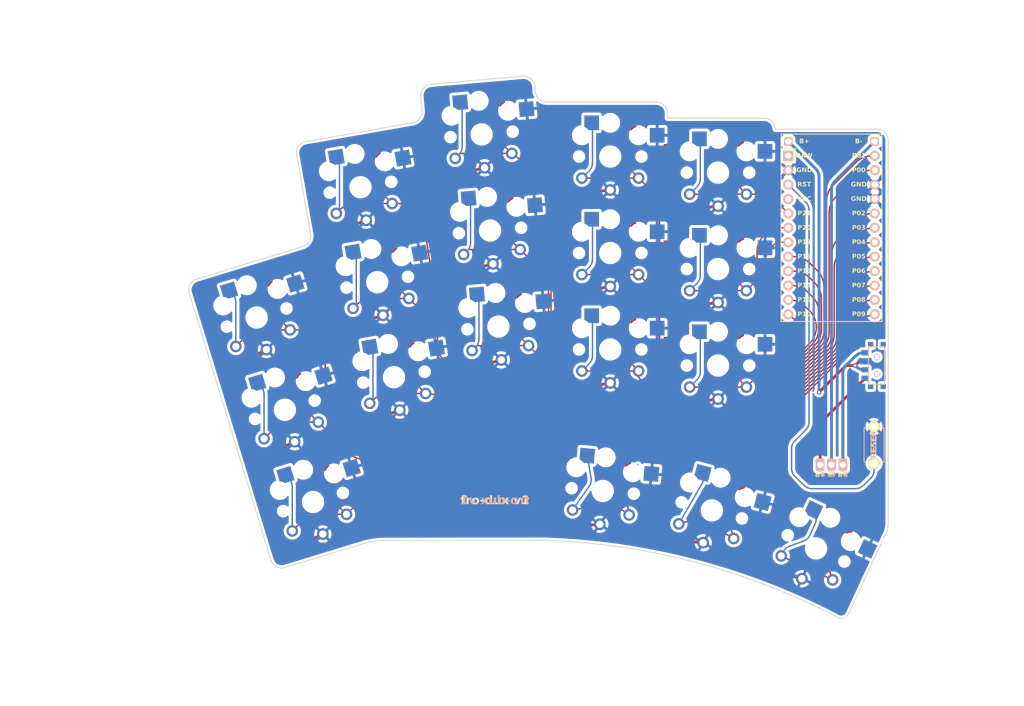
<source format=kicad_pcb>
(kicad_pcb (version 20240108) (generator "pcbnew") (generator_version "8.0")
  (title_block (title "board") (rev "v1.0.0") (company "Unknown"))
  (layers (0 "F.Cu" signal) (31 "B.Cu" signal) (34 "B.Paste" user) (35 "F.Paste" user) (36 "B.SilkS" user "B.Silkscreen") (37 "F.SilkS" user "F.Silkscreen") (38 "B.Mask" user) (39 "F.Mask" user) (44 "Edge.Cuts" user))
  (net 0 "")
  (net 1 "P6")
  (net 2 "GND")
  (net 3 "P5")
  (net 4 "P4")
  (net 5 "P3")
  (net 6 "P2")
  (net 7 "P0")
  (net 8 "P1")
  (net 9 "P18")
  (net 10 "P15")
  (net 11 "P14")
  (net 12 "P16")
  (net 13 "P10")
  (net 14 "P19")
  (net 15 "P20")
  (net 16 "P21")
  (net 17 "P7")
  (net 18 "P8")
  (net 19 "P9")
  (net 20 "RAW")
  (net 21 "RST")
  (net 22 "VCC")
  (net 23 "Bplus")
  (net 24 "Bminus")
  (net 25 "Braw")
  (footprint "E73:SPDT_C128955" (layer "F.Cu") (at 162.411087 -73.316483 -90)
    (property "Reference" "T1" (hide yes))
    (property "Value" "" (hide yes))
  )
  (footprint "lib:bat" (layer "F.Cu") (at 154.411087 -55.816483)
    (property "Reference" "PAD1" (hide yes))
    (property "Value" "" (hide yes))
  )
  (footprint "kbd:ResetSW" (layer "F.Cu") (at 161.911087 -59.316483 -90)
    (property "Reference" "B1" (hide yes))
    (property "Value" "")
  )
  (footprint "PG1350" (layer "F.Cu") (at 71.38711 -104.745067 10)
    (property "Reference" "S11" (hide yes))
    (property "Value" "" (hide yes))
  )
  (footprint "PG1350" (layer "F.Cu") (at 133.317699 -47.786839 165)
    (property "Reference" "S34" (hide yes))
    (property "Value" "" (hide yes))
  )
  (footprint "PG1350" (layer "F.Cu") (at 94.221643 -97.114167 5)
    (property "Reference" "S15" (hide yes))
    (property "Value" "" (hide yes))
  )
  (footprint "PG1350" (layer "F.Cu") (at 115.411087 -93.149816)
    (property "Reference" "S21" (hide yes))
    (property "Value" "" (hide yes))
  )
  (footprint "PG1350" (layer "F.Cu") (at 77.291148 -71.261603 -170)
    (property "Reference" "S8" (hide yes))
    (property "Value" "" (hide yes))
  )
  (footprint "PG1350" (layer "F.Cu") (at 95.703291 -80.178857 -175)
    (property "Reference" "S14" (hide yes))
    (property "Value" "" (hide yes))
  )
  (footprint "PG1350" (layer "F.Cu") (at 115.411087 -76.149816 180)
    (property "Reference" "S20" (hide yes))
    (property "Value" "" (hide yes))
  )
  (footprint "PG1350" (layer "F.Cu") (at 134.411087 -90.316483 180)
    (property "Reference" "S28" (hide yes))
    (property "Value" "" (hide yes))
  )
  (footprint "PG1350" (layer "F.Cu") (at 134.411087 -73.316483 180)
    (property "Reference" "S26" (hide yes))
    (property "Value" "" (hide yes))
  )
  (footprint "PG1350" (layer "F.Cu") (at 134.411087 -107.316483)
    (property "Reference" "S29" (hide yes))
    (property "Value" "" (hide yes))
  )
  (footprint "PG1350" (layer "F.Cu") (at 133.317699 -47.786839 -15)
    (property "Reference" "S33" (hide yes))
    (property "Value" "" (hide yes))
  )
  (footprint "PG1350" (layer "F.Cu") (at 151.688672 -41.084903 -25)
    (property "Reference" "S35" (hide yes))
    (property "Value" "" (hide yes))
  )
  (footprint "PG1350" (layer "F.Cu") (at 77.291148 -71.261603 10)
    (property "Reference" "S7" (hide yes))
    (property "Value" "" (hide yes))
  )
  (footprint "PG1350" (layer "F.Cu") (at 63.029681 -49.257181 -163)
    (property "Reference" "S2" (hide yes))
    (property "Value" "" (hide yes))
  )
  (footprint "E73:SPDT_C128955" (layer "F.Cu") (at 162.411087 -73.316483 -90)
    (property "Reference" "T2" (hide yes))
    (property "Value" "" (hide yes))
  )
  (footprint "PG1350" (layer "F.Cu") (at 63.029681 -49.257181 17)
    (property "Reference" "S1" (hide yes))
    (property "Value" "" (hide yes))
  )
  (footprint "PG1350" (layer "F.Cu") (at 53.089043 -81.771543 17)
    (property "Reference" "S5" (hide yes))
    (property "Value" "" (hide yes))
  )
  (footprint "PG1350" (layer "F.Cu") (at 134.411087 -90.316483)
    (property "Reference" "S27" (hide yes))
    (property "Value" "" (hide yes))
  )
  (footprint "PG1350" (layer "F.Cu") (at 151.688672 -41.084903 155)
    (property "Reference" "S36" (hide yes))
    (property "Value" "" (hide yes))
  )
  (footprint "PG1350" (layer "F.Cu") (at 74.339129 -88.003335 10)
    (property "Reference" "S9" (hide yes))
    (property "Value" "" (hide yes))
  )
  (footprint "PG1350" (layer "F.Cu") (at 94.221643 -97.114167 -175)
    (property "Reference" "S16" (hide yes))
    (property "Value" "" (hide yes))
  )
  (footprint "PG1350" (layer "F.Cu") (at 134.411087 -107.316483 180)
    (property "Reference" "S30" (hide yes))
    (property "Value" "" (hide yes))
  )
  (footprint "PG1350" (layer "F.Cu") (at 95.703291 -80.178857 5)
    (property "Reference" "S13" (hide yes))
    (property "Value" "" (hide yes))
  )
  (footprint "PG1350" (layer "F.Cu") (at 115.411087 -110.149816 180)
    (property "Reference" "S24" (hide yes))
    (property "Value" "" (hide yes))
  )
  (footprint "PG1350" (layer "F.Cu") (at 92.739996 -114.049477 5)
    (property "Reference" "S17" (hide yes))
    (property "Value" "" (hide yes))
  )
  (footprint "PG1350" (layer "F.Cu") (at 58.059362 -65.514362 -163)
    (property "Reference" "S4" (hide yes))
    (property "Value" "" (hide yes))
  )
  (footprint "PG1350" (layer "F.Cu") (at 74.339129 -88.003335 -170)
    (property "Reference" "S10" (hide yes))
    (property "Value" "" (hide yes))
  )
  (footprint "PG1350" (layer "F.Cu") (at 115.411087 -93.149816 180)
    (property "Reference" "S22" (hide yes))
    (property "Value" "" (hide yes))
  )
  (footprint "PG1350" (layer "F.Cu") (at 114.085832 -51.20433 -5)
    (property "Reference" "S31" (hide yes))
    (property "Value" "" (hide yes))
  )
  (footprint "ProMicro" (layer "F.Cu") (at 154.411087 -96.316483 -90)
    (property "Reference" "MCU1" (hide yes))
    (property "Value" "" (hide yes))
  )
  (footprint "PG1350" (layer "F.Cu") (at 58.059362 -65.514362 17)
    (property "Reference" "S3" (hide yes))
    (property "Value" "" (hide yes))
  )
  (footprint "PG1350" (layer "F.Cu") (at 114.085832 -51.20433 175)
    (property "Reference" "S32" (hide yes))
    (property "Value" "" (hide yes))
  )
  (footprint "PG1350" (layer "F.Cu") (at 71.38711 -104.745067 -170)
    (property "Reference" "S12" (hide yes))
    (property "Value" "" (hide yes))
  )
  (footprint "PG1350" (layer "F.Cu") (at 115.411087 -110.149816)
    (property "Reference" "S23" (hide yes))
    (property "Value" "" (hide yes))
  )
  (footprint "PG1350" (layer "F.Cu") (at 134.411087 -73.316483)
    (property "Reference" "S25" (hide yes))
    (property "Value" "" (hide yes))
  )
  (footprint "PG1350" (layer "F.Cu") (at 53.089043 -81.771543 -163)
    (property "Reference" "S6" (hide yes))
    (property "Value" "" (hide yes))
  )
  (footprint "PG1350" (layer "F.Cu") (at 115.411087 -76.149816)
    (property "Reference" "S19" (hide yes))
    (property "Value" "" (hide yes))
  )
  (footprint "PG1350" (layer "F.Cu") (at 92.739996 -114.049477 -175)
    (property "Reference" "S18" (hide yes))
    (property "Value" "" (hide yes))
  )
  (gr_arc (start 104.212524 -119.749815) (mid 102.861343 -120.275261) (end 102.220134 -121.575505) (stroke (width 0.15)) (layer "Edge.Cuts"))
  (gr_arc (start 133 -22.5) (mid 133 -22.5) (end 133 -22.5) (stroke (width 0.05)) (layer "Edge.Cuts"))
  (gr_arc (start 82.233091 -118.259454) (mid 81.827408 -116.867619) (end 80.587997 -116.115527) (stroke (width 0.15)) (layer "Edge.Cuts"))
  (gr_arc (start 157.409315 -29.528414) (mid 156.565482 -28.803553) (end 155.459451 -28.922605) (stroke (width 0.15)) (layer "Edge.Cuts"))
  (gr_line (start 60.120825 -110.475759) (end 62.576774 -96.547382) (stroke (width 0.15)) (layer "Edge.Cuts"))
  (gr_line (start 103.5 -42.5) (end 76.148965 -42.467382) (stroke (width 0.15)) (layer "Edge.Cuts"))
  (gr_arc (start 164.411086 -46) (mid 164.374975 -45.049224) (end 164.191868 -44.115549) (stroke (width 0.15)) (layer "Edge.Cuts"))
  (gr_line (start 83.834124 -122.906984) (end 99.972478 -124.318907) (stroke (width 0.15)) (layer "Edge.Cuts"))
  (gr_arc (start 58.09038 -37.708445) (mid 56.566694 -37.855159) (end 55.593028 -39.036311) (stroke (width 0.15)) (layer "Edge.Cuts"))
  (gr_line (start 58.090381 -37.708444) (end 71.518873 -41.813947) (stroke (width 0.15)) (layer "Edge.Cuts"))
  (gr_line (start 125.511087 -116.916483) (end 142.511087 -116.916483) (stroke (width 0.15)) (layer "Edge.Cuts"))
  (gr_line (start 162.411087 -114.966483) (end 144.510462 -114.966483) (stroke (width 0.15)) (layer "Edge.Cuts"))
  (gr_line (start 104.212524 -119.749816) (end 123.511087 -119.749816) (stroke (width 0.15)) (layer "Edge.Cuts"))
  (gr_arc (start 71.518873 -41.813947) (mid 73.8083 -42.322192) (end 76.148965 -42.467382) (stroke (width 0.15)) (layer "Edge.Cuts"))
  (gr_line (start 41.20834 -86.086505) (end 55.593028 -39.036311) (stroke (width 0.15)) (layer "Edge.Cuts"))
  (gr_arc (start 99.972478 -124.318908) (mid 101.432365 -123.858607) (end 102.139179 -122.500829) (stroke (width 0.15)) (layer "Edge.Cuts"))
  (gr_arc (start 123.511087 -119.749816) (mid 124.925301 -119.16403) (end 125.511087 -117.749816) (stroke (width 0.15)) (layer "Edge.Cuts"))
  (gr_arc (start 60.120826 -110.475759) (mid 60.452137 -111.970208) (end 61.743144 -112.792671) (stroke (width 0.15)) (layer "Edge.Cuts"))
  (gr_arc (start 142.511087 -116.916483) (mid 143.907511 -116.348265) (end 144.510462 -114.966483) (stroke (width 0.15)) (layer "Edge.Cuts"))
  (gr_arc (start 41.208341 -86.086504) (mid 41.355055 -87.61019) (end 42.536206 -88.583857) (stroke (width 0.15)) (layer "Edge.Cuts"))
  (gr_line (start 102.139179 -122.500829) (end 102.220134 -121.575505) (stroke (width 0.15)) (layer "Edge.Cuts"))
  (gr_line (start 61.743144 -112.792671) (end 80.587997 -116.115527) (stroke (width 0.15)) (layer "Edge.Cuts"))
  (gr_arc (start 62.576773 -96.547382) (mid 62.312438 -95.155089) (end 61.191902 -94.287476) (stroke (width 0.15)) (layer "Edge.Cuts"))
  (gr_arc (start 82.016046 -120.740284) (mid 82.476347 -122.20017) (end 83.834124 -122.906984) (stroke (width 0.15)) (layer "Edge.Cuts"))
  (gr_line (start 42.536206 -88.583857) (end 61.191902 -94.287476) (stroke (width 0.15)) (layer "Edge.Cuts"))
  (gr_line (start 125.511087 -117.749816) (end 125.511087 -116.916483) (stroke (width 0.15)) (layer "Edge.Cuts"))
  (gr_line (start 82.23309 -118.259454) (end 82.016046 -120.740283) (stroke (width 0.15)) (layer "Edge.Cuts"))
  (gr_arc (start 162.411087 -114.966483) (mid 163.825301 -114.380697) (end 164.411087 -112.966483) (stroke (width 0.15)) (layer "Edge.Cuts"))
  (gr_line (start 164.411087 -46) (end 164.411087 -112.966483) (stroke (width 0.15)) (layer "Edge.Cuts"))
  (gr_line (start 164.191868 -44.115549) (end 157.409315 -29.528414) (stroke (width 0.15)) (layer "Edge.Cuts"))
  (gr_arc (start 103.5 -42.499999) (mid 130.253645 -38.673022) (end 155.459451 -28.922605) (stroke (width 0.15)) (layer "Edge.Cuts"))
  (gr_text "fro-dux v1" (at 89 -49.5 0) (layer "B.SilkS") (effects (font (size 1.5 1.5)) (justify right mirror)))
  (gr_text "fro-dux v1" (at 89 -49.5 0) (layer "F.SilkS") (effects (font (size 1.5 1.5)) (justify left)))
  (segment (start 157.404613 -87.046613) (end 159.15291 -88.79491) (width 0.25) (layer "F.Cu") (net 1))
  (segment (start 140.894831 -61.207133) (end 155.061467 -75.373769) (width 0.25) (layer "F.Cu") (net 1))
  (segment (start 61.111314 -45.913508) (end 59.35917 -44.161364) (width 0.25) (layer "F.Cu") (net 1))
  (segment (start 156.23304 -78.202196) (end 156.23304 -84.218186) (width 0.25) (layer "F.Cu") (net 1))
  (segment (start 68.922217 -47.085081) (end 63.939741 -47.085081) (width 0.25) (layer "F.Cu") (net 1))
  (segment (start 76.35139 -52.8574) (end 81.171573 -52.828427) (width 0.25) (layer "F.Cu") (net 1))
  (segment (start 115.769732 -60.03556) (end 103.90859 -60.01504) (width 0.25) (layer "F.Cu") (net 1))
  (segment (start 84 -54) (end 85.093534 -55.093534) (width 0.25) (layer "F.Cu") (net 1))
  (segment (start 97.575476 -57.041411) (end 100.57934 -59.223141) (width 0.25) (layer "F.Cu") (net 1))
  (segment (start 161.981337 -89.966483) (end 162.031087 -89.966483) (width 0.25) (layer "F.Cu") (net 1))
  (segment (start 115.769732 -60.03556) (end 138.066404 -60.03556) (width 0.25) (layer "F.Cu") (net 1))
  (segment (start 103.90859 -60.01504) (end 102.929948 -59.986785) (width 0.25) (layer "F.Cu") (net 1))
  (segment (start 87.921961 -56.265107) (end 95.203561 -56.270042) (width 0.25) (layer "F.Cu") (net 1))
  (segment (start 64.421967 -55.904712) (end 64.421967 -53.242185) (width 0.25) (layer "F.Cu") (net 1))
  (segment (start 65.59354 -50.413758) (end 68.922217 -47.085081) (width 0.25) (layer "F.Cu") (net 1))
  (segment (start 68.922217 -47.085081) (end 73.522963 -51.685827) (width 0.25) (layer "F.Cu") (net 1))
  (arc (start 97.575476 -57.041411) (mid 96.450523 -56.468142) (end 95.203561 -56.270042) (width 0.25) (layer "F.Cu") (net 1))
  (arc (start 64.421967 -53.242185) (mid 64.726449 -51.711451) (end 65.59354 -50.413758) (width 0.25) (layer "F.Cu") (net 1))
  (arc (start 159.15291 -88.79491) (mid 160.450603 -89.662001) (end 161.981337 -89.966483) (width 0.25) (layer "F.Cu") (net 1))
  (arc (start 87.921961 -56.265107) (mid 86.391227 -55.960625) (end 85.093534 -55.093534) (width 0.25) (layer "F.Cu") (net 1))
  (arc (start 138.066404 -60.03556) (mid 139.597138 -60.340042) (end 140.894831 -61.207133) (width 0.25) (layer "F.Cu") (net 1))
  (arc (start 102.929948 -59.986785) (mid 101.694206 -59.791052) (end 100.57934 -59.223141) (width 0.25) (layer "F.Cu") (net 1))
  (arc (start 76.35139 -52.8574) (mid 74.820656 -52.552918) (end 73.522963 -51.685827) (width 0.25) (layer "F.Cu") (net 1))
  (arc (start 157.404613 -87.046613) (mid 156.537522 -85.74892) (end 156.23304 -84.218186) (width 0.25) (layer "F.Cu") (net 1))
  (arc (start 84 -54) (mid 82.702307 -53.132909) (end 81.171573 -52.828427) (width 0.25) (layer "F.Cu") (net 1))
  (arc (start 61.111314 -45.913508) (mid 62.409007 -46.780599) (end 63.939741 -47.085081) (width 0.25) (layer "F.Cu") (net 1))
  (arc (start 156.23304 -78.202196) (mid 155.928558 -76.671462) (end 155.061467 -75.373769) (width 0.25) (layer "F.Cu") (net 1))
  (segment (start 58.158171 -53.989677) (end 58.773384 -53.374464) (width 0.25) (layer "B.Cu") (net 1))
  (segment (start 59.35917 -51.960251) (end 59.35917 -44.161364) (width 0.25) (layer "B.Cu") (net 1))
  (arc (start 59.35917 -51.960251) (mid 59.206929 -52.725618) (end 58.773384 -53.374464) (width 0.25) (layer "B.Cu") (net 1))
  (segment (start 87.132946 -83.193373) (end 88.596468 -76.581783) (width 0.5) (layer "F.Cu") (net 2))
  (segment (start 112.656423 -69.751657) (end 115.411087 -70.249816) (width 0.5) (layer "F.Cu") (net 2))
  (segment (start 90.483281 -107.486015) (end 93.254215 -108.171928) (width 0.5) (layer "F.Cu") (net 2))
  (segment (start 145.773794 -47.980723) (end 143.738094 -41.54298) (width 0.5) (layer "F.Cu") (net 2))
  (segment (start 72.419418 -81.252272) (end 75.363653 -82.192969) (width 0.5) (layer "F.Cu") (net 2))
  (segment (start 93.537935 -73.582777) (end 96.21751 -74.301308) (width 0.5) (layer "F.Cu") (net 2))
  (segment (start 65.538664 -90.259425) (end 67.358921 -83.953221) (width 0.5) (layer "F.Cu") (net 2))
  (segment (start 126.136087 -111.066483) (end 126.986151 -104.480886) (width 0.5) (layer "F.Cu") (net 2))
  (segment (start 112.388836 -103.921918) (end 115.411087 -104.249816) (width 0.5) (layer "F.Cu") (net 2))
  (segment (start 69.925924 -97.990798) (end 72.411634 -98.934701) (width 0.5) (layer "F.Cu") (net 2))
  (segment (start 57.130029 -58.659047) (end 59.784355 -59.872164) (width 0.5) (layer "F.Cu") (net 2))
  (segment (start 85.651298 -100.128683) (end 87.106305 -93.544276) (width 0.5) (layer "F.Cu") (net 2))
  (segment (start 62.586645 -107.001157) (end 64.701845 -100.493764) (width 0.5) (layer "F.Cu") (net 2))
  (segment (start 131.479077 -84.027668) (end 134.411087 -84.416483) (width 0.5) (layer "F.Cu") (net 2))
  (segment (start 44.079227 -82.93831) (end 46.805226 -76.81001) (width 0.5) (layer "F.Cu") (net 2))
  (segment (start 75.523262 -64.446955) (end 78.315672 -65.451237) (width 0.5) (layer "F.Cu") (net 2))
  (segment (start 126.295234 -53.550788) (end 125.462163 -46.756126) (width 0.5) (layer "F.Cu") (net 2))
  (segment (start 131.479077 -67.027668) (end 134.411087 -67.416483) (width 0.5) (layer "F.Cu") (net 2))
  (segment (start 84.169651 -117.063993) (end 85.616045 -110.507165) (width 0.5) (layer "F.Cu") (net 2))
  (segment (start 68.490683 -73.517693) (end 70.323876 -67.110603) (width 0.5) (layer "F.Cu") (net 2))
  (segment (start 92.010692 -90.534024) (end 94.735862 -91.236618) (width 0.5) (layer "F.Cu") (net 2))
  (segment (start 126.136087 -94.066483) (end 126.986151 -87.480886) (width 0.5) (layer "F.Cu") (net 2))
  (segment (start 112.656423 -86.751657) (end 115.411087 -87.249816) (width 0.5) (layer "F.Cu") (net 2))
  (segment (start 126.136087 -77.066483) (end 126.986151 -70.480886) (width 0.5) (layer "F.Cu") (net 2))
  (segment (start 107.136087 -113.899816) (end 107.991351 -107.378444) (width 0.5) (layer "F.Cu") (net 2))
  (segment (start 110.806849 -45.108906) (end 113.571613 -45.326781) (width 0.5) (layer "F.Cu") (net 2))
  (segment (start 49.049546 -66.681129) (end 51.832948 -60.626359) (width 0.5) (layer "F.Cu") (net 2))
  (segment (start 54.019865 -50.423948) (end 56.790378 -44.286984) (width 0.5) (layer "F.Cu") (net 2))
  (segment (start 131.479077 -101.027668) (end 134.411087 -101.416483) (width 0.5) (layer "F.Cu") (net 2))
  (segment (start 146.492786 -36.479765) (end 149.195224 -35.737687) (width 0.5) (layer "F.Cu") (net 2))
  (segment (start 107.136087 -79.899816) (end 107.975553 -73.191157) (width 0.5) (layer "F.Cu") (net 2))
  (segment (start 52.236238 -74.851744) (end 54.814036 -76.129345) (width 0.5) (layer "F.Cu") (net 2))
  (segment (start 129.143197 -42.279815) (end 131.790667 -42.087877) (width 0.5) (layer "F.Cu") (net 2))
  (segment (start 106.169155 -55.661274) (end 106.497314 -48.902559) (width 0.5) (layer "F.Cu") (net 2))
  (segment (start 107.136087 -96.899816) (end 107.975553 -90.191157) (width 0.5) (layer "F.Cu") (net 2))
  (segment (start 62.219282 -42.352295) (end 64.754674 -43.614983) (width 0.5) (layer "F.Cu") (net 2))
  (arc (start 93.537935 -73.582777) (mid 90.42661 -74.026776) (end 88.596468 -76.581783) (width 0.5) (layer "F.Cu") (net 2))
  (arc (start 107.975553 -90.191157) (mid 109.576074 -87.464446) (end 112.656423 -86.751657) (width 0.5) (layer "F.Cu") (net 2))
  (arc (start 85.616045 -110.507165) (mid 87.412631 -107.970296) (end 90.483281 -107.486015) (width 0.5) (layer "F.Cu") (net 2))
  (arc (start 112.388836 -103.921918) (mid 109.485502 -104.753781) (end 107.991351 -107.378444) (width 0.5) (layer "F.Cu") (net 2))
  (arc (start 106.497314 -48.902559) (mid 107.849601 -46.094126) (end 110.806849 -45.108906) (width 0.5) (layer "F.Cu") (net 2))
  (arc (start 52.236238 -74.851744) (mid 49.103181 -74.67285) (end 46.805226 -76.81001) (width 0.5) (layer "F.Cu") (net 2))
  (arc (start 143.738094 -41.54298) (mid 144.03832 -38.425354) (end 146.492786 -36.479765) (width 0.5) (layer "F.Cu") (net 2))
  (arc (start 62.219282 -42.352295) (mid 59.093331 -42.164937) (end 56.790378 -44.286984) (width 0.5) (layer "F.Cu") (net 2))
  (arc (start 126.986151 -70.480886) (mid 128.515673 -67.821477) (end 131.479077 -67.027668) (width 0.5) (layer "F.Cu") (net 2))
  (arc (start 69.925924 -97.990798) (mid 66.777583 -98.122937) (end 64.701845 -100.493764) (width 0.5) (layer "F.Cu") (net 2))
  (arc (start 87.106305 -93.544276) (mid 88.91964 -90.998304) (end 92.010692 -90.534024) (width 0.5) (layer "F.Cu") (net 2))
  (arc (start 107.975553 -73.191157) (mid 109.576074 -70.464446) (end 112.656423 -69.751657) (width 0.5) (layer "F.Cu") (net 2))
  (arc (start 75.523262 -64.446955) (mid 72.345759 -64.650907) (end 70.323876 -67.110603) (width 0.5) (layer "F.Cu") (net 2))
  (arc (start 57.130029 -58.659047) (mid 54.074681 -58.547353) (end 51.832948 -60.626359) (width 0.5) (layer "F.Cu") (net 2))
  (arc (start 125.462163 -46.756126) (mid 126.342904 -43.728712) (end 129.143197 -42.279815) (width 0.5) (layer "F.Cu") (net 2))
  (arc (start 126.986151 -104.480886) (mid 128.515673 -101.821477) (end 131.479077 -101.027668) (width 0.5) (layer "F.Cu") (net 2))
  (arc (start 131.479077 -84.027668) (mid 128.515672 -84.821476) (end 126.986151 -87.480886) (width 0.5) (layer "F.Cu") (net 2))
  (arc (start 72.419418 -81.252272) (mid 69.318579 -81.533688) (end 67.358921 -83.953221) (width 0.5) (layer "F.Cu") (net 2))
  (segment (start 106.957274 -71.806146) (end 107 -109.5) (width 0.25) (layer "B.Cu") (net 2))
  (segment (start 74.636008 -55.705089) (end 74 -55.705089) (width 0.25) (layer "B.Cu") (net 2))
  (segment (start 144.916485 -61.583515) (end 149 -65.210334) (width 0.25) (layer "B.Cu") (net 2))
  (segment (start 126.500424 -63.352638) (end 127.842642 -62.010421) (width 0.25) (layer "B.Cu") (net 2))
  (segment (start 95.296848 -68.125689) (end 106.052588 -68.125689) (width 0.25) (layer "B.Cu") (net 2))
  (segment (start 126.083474 -69.240746) (end 126 -107.5) (width 0.25) (layer "B.Cu") (net 2))
  (segment (start 149 -70.212068) (end 149 -69.587299) (width 0.25) (layer "B.Cu") (net 2))
  (segment (start 131.415857 -62.636929) (end 139.049132 -62.636929) (width 0.25) (layer "B.Cu") (net 2))
  (segment (start 103.007934 -58.18463) (end 100.00407 -56.0029) (width 0.25) (layer "B.Cu") (net 2))
  (segment (start 126.872822 -64.251676) (end 128.215036 -62.909462) (width 0.25) (layer "B.Cu") (net 2))
  (segment (start 76.526248 -59.896089) (end 140.122602 -59.896089) (width 0.25) (layer "B.Cu") (net 2))
  (segment (start 75.951557 -50.647316) (end 71.5 -49) (width 0.25) (layer "B.Cu") (net 2))
  (segment (start 118.5 -58.5) (end 127.279322 -58.540119) (width 0.25) (layer "B.Cu") (net 2))
  (segment (start 129.146021 -65.157062) (end 127.704567 -66.598516) (width 0.25) (layer "B.Cu") (net 2))
  (segment (start 131.788251 -63.535969) (end 138.676738 -63.535969) (width 0.25) (layer "B.Cu") (net 2))
  (segment (start 143.137226 -60.618142) (end 149 -65.789665) (width 0.25) (layer "B.Cu") (net 2))
  (segment (start 130.484869 -60.389329) (end 139.980122 -60.389329) (width 0.25) (layer "B.Cu") (net 2))
  (segment (start 112.704454 -65.423249) (end 124.044395 -65.423249) (width 0.25) (layer "B.Cu") (net 2))
  (segment (start 107.406794 -71.992343) (end 107.645226 -107.5) (width 0.25) (layer "B.Cu") (net 2))
  (segment (start 106.5 -83.5) (end 106.5 -109) (width 0.25) (layer "B.Cu") (net 2))
  (segment (start 105.5 -58.945609) (end 105.149103 -58.945609) (width 0.25) (layer "B.Cu") (net 2))
  (segment (start 108.578367 -69.163916) (end 110.248421 -67.493862) (width 0.25) (layer "B.Cu") (net 2))
  (segment (start 127.279322 -58.540119) (end 140.673783 -58.540119) (width 0.25) (layer "B.Cu") (net 2))
  (segment (start 122.839681 -70.191968) (end 128.773627 -64.258022) (width 0.25) (layer "B.Cu") (net 2))
  (segment (start 131.602054 -63.086449) (end 138.862935 -63.086449) (width 0.25) (layer "B.Cu") (net 2))
  (segment (start 113.076848 -66.322289) (end 124.416787 -66.322289) (width 0.25) (layer "B.Cu") (net 2))
  (segment (start 106.507754 -71.898454) (end 106.506461 -73.5) (width 0.25) (layer "B.Cu") (net 2))
  (segment (start 95.110651 -67.676169) (end 105.86639 -67.676169) (width 0.25) (layer "B.Cu") (net 2))
  (segment (start 142.951029 -61.067662) (end 149 -66.403076) (width 0.25) (layer "B.Cu") (net 2))
  (segment (start 112.145862 -64.074689) (end 123.4858 -64.074689) (width 0.25) (layer "B.Cu") (net 2))
  (segment (start 85.426058 -67.226649) (end 105.680193 -67.226649) (width 0.25) (layer "B.Cu") (net 2))
  (segment (start 141.877559 -63.808502) (end 149 -70.212068) (width 0.25) (layer "B.Cu") (net 2))
  (segment (start 106.507754 -71.898454) (end 106.507754 -71.619949) (width 0.25) (layer "B.Cu") (net 2))
  (segment (start 131.229659 -62.187409) (end 139.235332 -62.187409) (width 0.25) (layer "B.Cu") (net 2))
  (segment (start 149 -69.587299) (end 149 -68.93413) (width 0.25) (layer "B.Cu") (net 2))
  (segment (start 105.978815 -58.945609) (end 105.5 -58.945609) (width 0.25) (layer "B.Cu") (net 2))
  (segment (start 149 -67.646936) (end 149 -67.016486) (width 0.25) (layer "B.Cu") (net 2))
  (segment (start 149 -67.016486) (end 149 -66.403076) (width 0.25) (layer "B.Cu") (net 2))
  (segment (start 97.632155 -55.231531) (end 90.350555 -55.226596) (width 0.25) (layer "B.Cu") (net 2))
  (segment (start 126.686621 -63.802156) (end 128.028835 -62.459942) (width 0.25) (layer "B.Cu") (net 2))
  (segment (start 108.128847 -68.977719) (end 110.062224 -67.044342) (width 0.25) (layer "B.Cu") (net 2))
  (segment (start 149 -68.93413) (end 149 -68.277674) (width 0.25) (layer "B.Cu") (net 2))
  (segment (start 105.978815 -58.945609) (end 107 -59.5) (width 0.25) (layer "B.Cu") (net 2))
  (segment (start 130.671068 -60.838849) (end 139.793926 -60.838849) (width 0.25) (layer "B.Cu") (net 2))
  (segment (start 106.5 -83.5) (end 106.506461 -73.5) (width 0.25) (layer "B.Cu") (net 2))
  (segment (start 142.808549 -61.560902) (end 149 -67.016486) (width 0.25) (layer "B.Cu") (net 2))
  (segment (start 126.532994 -69.426943) (end 126.524806 -79) (width 0.25) (layer "B.Cu") (net 2))
  (segment (start 142.819214 -62.180786) (end 149 -67.646936) (width 0.25) (layer "B.Cu") (net 2))
  (segment (start 118.198326 -58.997049) (end 140.494998 -58.997049) (width 0.25) (layer "B.Cu") (net 2))
  (segment (start 85.303644 -67.349063) (end 85.426058 -67.226649) (width 0.25) (layer "B.Cu") (net 2))
  (segment (start 127.255046 -66.41232) (end 127.675635 -65.99173) (width 0.25) (layer "B.Cu") (net 2))
  (segment (start 108.881015 -66.954116) (end 109.68983 -66.145301) (width 0.25) (layer "B.Cu") (net 2))
  (segment (start 127.245214 -65.150717) (end 128.58743 -63.808501) (width 0.25) (layer "B.Cu") (net 2))
  (segment (start 105.5 -58.945609) (end 105.5 -58.952358) (width 0.25) (layer "B.Cu") (net 2))
  (segment (start 127.059016 -64.701197) (end 128.401233 -63.358981) (width 0.25) (layer "B.Cu") (net 2))
  (segment (start 83.600167 -51.789916) (end 78.779984 -51.818889) (width 0.25) (layer "B.Cu") (net 2))
  (segment (start 106 -58.966794) (end 105.978815 -58.945609) (width 0.25) (layer "B.Cu") (net 2))
  (segment (start 117.996087 -59.431206) (end 118.5 -58.5) (width 0.25) (layer "B.Cu") (net 2))
  (segment (start 112.518257 -64.973729) (end 123.858194 -64.973729) (width 0.25) (layer "B.Cu") (net 2))
  (segment (start 131.043463 -61.737889) (end 139.421529 -61.737889) (width 0.25) (layer "B.Cu") (net 2))
  (segment (start 118.012128 -59.446569) (end 117.080068 -59.877596) (width 0.25) (layer "B.Cu") (net 2))
  (segment (start 149 -68.277674) (end 149 -67.646936) (width 0.25) (layer "B.Cu") (net 2))
  (segment (start 99.834845 -56.472766) (end 102.87735 -58.682562) (width 0.25) (layer "B.Cu") (net 2))
  (segment (start 149 -65.789665) (end 149 -65.210334) (width 0.25) (layer "B.Cu") (net 2))
  (segment (start 105.227858 -59.446133) (end 107 -59.446089) (width 0.25) (layer "B.Cu") (net 2))
  (segment (start 141.318967 -65.157062) (end 149 -72) (width 0.25) (layer "B.Cu") (net 2))
  (segment (start 76.526248 -59.896089) (end 67 -65.5) (width 0.25) (layer "B.Cu") (net 2))
  (segment (start 108.508619 -66.055077) (end 109.317436 -65.24626) (width 0.25) (layer "B.Cu") (net 2))
  (segment (start 126.314227 -62.903116) (end 127.656442 -61.560901) (width 0.25) (layer "B.Cu") (net 2))
  (segment (start 107.679327 -68.791522) (end 109.876027 -66.594822) (width 0.25) (layer "B.Cu") (net 2))
  (segment (start 142.622353 -62.010422) (end 142.819214 -62.180786) (width 0.25) (layer "B.Cu") (net 2))
  (segment (start 118.012128 -59.446569) (end 140.308799 -59.446569) (width 0.25) (layer "B.Cu") (net 2))
  (segment (start 112.890651 -65.872769) (end 124.23059 -65.872769) (width 0.25) (layer "B.Cu") (net 2))
  (segment (start 87.522128 -54.055023) (end 86.428594 -52.961489) (width 0.25) (layer "B.Cu") (net 2))
  (segment (start 142.436153 -62.459942) (end 149 -68.277674) (width 0.25) (layer "B.Cu") (net 2))
  (segment (start 107 -59.5) (end 108.152675 -59.847325) (width 0.25) (layer "B.Cu") (net 2))
  (segment (start 92.468421 -69.297262) (end 87.07808 -74.087627) (width 0.25) (layer "B.Cu") (net 2))
  (segment (start 142.063759 -63.358982) (end 149 -69.587299) (width 0.25) (layer "B.Cu") (net 2))
  (segment (start 138.49054 -63.985489) (end 131.974448 -63.985489) (width 0.25) (layer "B.Cu") (net 2))
  (segment (start 74.636008 -55.705089) (end 97.484919 -55.709195) (width 0.25) (layer "B.Cu") (net 2))
  (segment (start 141.691362 -64.258022) (end 149 -70.844038) (width 0.25) (layer "B.Cu") (net 2))
  (segment (start 130.857262 -61.288369) (end 139.607726 -61.288369) (width 0.25) (layer "B.Cu") (net 2))
  (segment (start 142.249956 -62.909462) (end 149 -68.93413) (width 0.25) (layer "B.Cu") (net 2))
  (segment (start 149 -72) (end 149 -70.212068) (width 0.25) (layer "B.Cu") (net 2))
  (segment (start 112.332059 -64.524209) (end 123.671998 -64.524209) (width 0.25) (layer "B.Cu") (net 2))
  (segment (start 127.675635 -65.99173) (end 128.959824 -64.707541) (width 0.25) (layer "B.Cu") (net 2))
  (segment (start 149 -64.5) (end 149 -65.210334) (width 0.25) (layer "B.Cu") (net 2))
  (segment (start 143.323425 -60.168622) (end 144.916485 -61.583515) (width 0.25) (layer "B.Cu") (net 2))
  (segment (start 108.694816 -66.504597) (end 109.503633 -65.69578) (width 0.25) (layer "B.Cu") (net 2))
  (segment (start 141.505165 -64.707542) (end 149 -71.369858) (width 0.25) (layer "B.Cu") (net 2))
  (segment (start 92.282224 -68.847742) (end 86.5 -74) (width 0.25) (layer "B.Cu") (net 2))
  (segment (start 143.50221 -59.711692) (end 149 -64.5) (width 0.25) (layer "B.Cu") (net 2))
  (segment (start 149 -66.403076) (end 149 -65.789665) (width 0.25) (layer "B.Cu") (net 2))
  (arc (start 92.282224 -68.847742) (mid 93.579917 -67.980651) (end 95.110651 -67.676169) (width 0.25) (layer "B.Cu") (net 2))
  (arc (start 138.49054 -63.985489) (mid 140.021274 -64.289971) (end 141.318967 -65.157062) (width 0.25) (layer "B.Cu") (net 2))
  (arc (start 105.149103 -58.945609) (mid 104.023649 -58.71889) (end 103.007934 -58.18463) (width 0.25) (layer "B.Cu") (net 2))
  (arc (start 126.314227 -62.903116) (mid 125.016534 -63.770207) (end 123.4858 -64.074689) (width 0.25) (layer "B.Cu") (net 2))
  (arc (start 108.508619 -66.055077) (mid 107.210926 -66.922167) (end 105.680193 -67.226649) (width 0.25) (layer "B.Cu") (net 2))
  (arc (start 142.063759 -63.358982) (mid 140.766066 -62.491891) (end 139.235332 -62.187409) (width 0.25) (layer "B.Cu") (net 2))
  (arc (start 139.980122 -60.389329) (mid 141.510856 -60.693811) (end 142.808549 -61.560902) (width 0.25) (layer "B.Cu") (net 2))
  (arc (start 126.500424 -63.352638) (mid 125.202731 -64.219728) (end 123.671998 -64.524209) (width 0.25) (layer "B.Cu") (net 2))
  (arc (start 113.076848 -66.322289) (mid 111.546114 -66.626771) (end 110.248421 -67.493862) (width 0.25) (layer "B.Cu") (net 2))
  (arc (start 141.505165 -64.707542) (mid 140.207472 -63.840451) (end 138.676738 -63.535969) (width 0.25) (layer "B.Cu") (net 2))
  (arc (start 86.428594 -52.961489) (mid 85.130901 -52.094398) (end 83.600167 -51.789916) (width 0.25) (layer "B.Cu") (net 2))
  (arc (start 127.255046 -66.41232) (mid 126.387956 -67.710013) (end 126.083474 -69.240746) (width 0.25) (layer "B.Cu") (net 2))
  (arc (start 127.842642 -62.010421) (mid 129.140335 -61.143331) (end 130.671068 -60.838849) (width 0.25) (layer "B.Cu") (net 2))
  (arc (start 100.00407 -56.0029) (mid 98.879117 -55.429631) (end 97.632155 -55.231531) (width 0.25) (layer "B.Cu") (net 2))
  (arc (start 142.249956 -62.909462) (mid 140.952263 -62.042371) (end 139.421529 -61.737889) (width 0.25) (layer "B.Cu") (net 2))
  (arc (start 112.890651 -65.872769) (mid 111.359917 -66.177251) (end 110.062224 -67.044342) (width 0.25) (layer "B.Cu") (net 2))
  (arc (start 131.415857 -62.636929) (mid 129.885124 -62.941411) (end 128.58743 -63.808501) (width 0.25) (layer "B.Cu") (net 2))
  (arc (start 140.494998 -58.997049) (mid 142.025732 -59.301531) (end 143.323425 -60.168622) (width 0.25) (layer "B.Cu") (net 2))
  (arc (start 109.503633 -65.69578) (mid 110.801326 -64.82869) (end 112.332059 -64.524209) (width 0.25) (layer "B.Cu") (net 2))
  (arc (start 131.602054 -63.086449) (mid 130.07132 -63.390931) (end 128.773627 -64.258022) (width 0.25) (layer "B.Cu") (net 2))
  (arc (start 142.622353 -62.010422) (mid 141.32466 -61.143331) (end 139.793926 -60.838849) (width 0.25) (layer "B.Cu") (net 2))
  (arc (start 140.308799 -59.446569) (mid 141.839533 -59.751051) (end 143.137226 -60.618142) (width 0.25) (layer "B.Cu") (net 2))
  (arc (start 108.694816 -66.504597) (mid 107.397123 -67.371687) (end 105.86639 -67.676169) (width 0.25) (layer "B.Cu") (net 2))
  (arc (start 140.673783 -58.540119) (mid 142.204517 -58.844601) (end 143.50221 -59.711692) (width 0.25) (layer "B.Cu") (net 2))
  (arc (start 127.059016 -64.701197) (mid 125.761323 -65.568287) (end 124.23059 -65.872769) (width 0.25) (layer "B.Cu") (net 2))
  (arc (start 106.957274 -71.806146) (mid 107.261756 -70.275412) (end 108.128847 -68.977719) (width 0.25) (layer "B.Cu") (net 2))
  (arc (start 107.406794 -71.992343) (mid 107.711276 -70.461609) (end 108.578367 -69.163916) (width 0.25) (layer "B.Cu") (net 2))
  (arc (start 126.872822 -64.251676) (mid 125.575129 -65.118767) (end 124.044395 -65.423249) (width 0.25) (layer "B.Cu") (net 2))
  (arc (start 105.227858 -59.446133) (mid 103.992153 -59.250433) (end 102.87735 -58.682562) (width 0.25) (layer "B.Cu") (net 2))
  (arc (start 112.518257 -64.973729) (mid 110.987524 -65.278211) (end 109.68983 -66.145301) (width 0.25) (layer "B.Cu") (net 2))
  (arc (start 108.881015 -66.954116) (mid 107.583322 -67.821207) (end 106.052588 -68.125689) (width 0.25) (layer "B.Cu") (net 2))
  (arc (start 109.317436 -65.24626) (mid 110.615129 -64.37917) (end 112.145862 -64.074689) (width 0.25) (layer "B.Cu") (net 2))
  (arc (start 107.679327 -68.791522) (mid 106.812236 -70.089215) (end 106.507754 -71.619949) (width 0.25) (layer "B.Cu") (net 2))
  (arc (start 130.484869 -60.389329) (mid 128.954136 -60.693811) (end 127.656442 -61.560901) (width 0.25) (layer "B.Cu") (net 2))
  (arc (start 128.959824 -64.707541) (mid 130.257517 -63.84045) (end 131.788251 -63.535969) (width 0.25) (layer "B.Cu") (net 2))
  (arc (start 112.704454 -65.423249) (mid 111.17372 -65.727731) (end 109.876027 -66.594822) (width 0.25) (layer "B.Cu") (net 2))
  (arc (start 131.974448 -63.985489) (mid 130.443714 -64.289971) (end 129.146021 -65.157062) (width 0.25) (layer "B.Cu") (net 2))
  (arc (start 90.350555 -55.226596) (mid 88.819821 -54.922114) (end 87.522128 -54.055023) (width 0.25) (layer "B.Cu") (net 2))
  (arc (start 78.779984 -51.818889) (mid 77.24925 -51.514407) (end 75.951557 -50.647316) (width 0.25) (layer "B.Cu") (net 2))
  (arc (start 99.834845 -56.472766) (mid 98.720318 -55.904985) (end 97.484919 -55.709195) (width 0.25) (layer "B.Cu") (net 2))
  (arc (start 142.951029 -61.067662) (mid 141.653336 -60.200571) (end 140.122602 -59.896089) (width 0.25) (layer "B.Cu") (net 2))
  (arc (start 126.532994 -69.426943) (mid 126.837476 -67.896209) (end 127.704567 -66.598516) (width 0.25) (layer "B.Cu") (net 2))
  (arc (start 124.416787 -66.322289) (mid 125.94752 -66.017807) (end 127.245214 -65.150717) (width 0.25) (layer "B.Cu") (net 2))
  (arc (start 138.862935 -63.086449) (mid 140.393669 -63.390931) (end 141.691362 -64.258022) (width 0.25) (layer "B.Cu") (net 2))
  (arc (start 139.607726 -61.288369) (mid 141.13846 -61.592851) (end 142.436153 -62.459942) (width 0.25) (layer "B.Cu") (net 2))
  (arc (start 131.043463 -61.737889) (mid 129.512729 -62.042371) (end 128.215036 -62.909462) (width 0.25) (layer "B.Cu") (net 2))
  (arc (start 123.858194 -64.973729) (mid 125.388928 -64.669247) (end 126.686621 -63.802156) (width 0.25) (layer "B.Cu") (net 2))
  (arc (start 139.049132 -62.636929) (mid 140.579866 -62.941411) (end 141.877559 -63.808502) (width 0.25) (layer "B.Cu") (net 2))
  (arc (start 128.401233 -63.358981) (mid 129.698926 -62.491891) (end 131.229659 -62.187409) (width 0.25) (layer "B.Cu") (net 2))
  (arc (start 130.857262 -61.288369) (mid 129.326528 -61.592851) (end 128.028835 -62.459942) (width 0.25) (layer "B.Cu") (net 2))
  (arc (start 92.468421 -69.297262) (mid 93.766114 -68.430171) (end 95.296848 -68.125689) (width 0.25) (layer "B.Cu") (net 2))
  (segment (start 155.78352 -78.388395) (end 155.78352 -86.435666) (width 0.25) (layer "F.Cu") (net 3))
  (segment (start 161.854337 -92.506483) (end 162.031087 -92.506483) (width 0.25) (layer "F.Cu") (net 3))
  (segment (start 60.623221 -66.670939) (end 63.951898 -63.342262) (width 0.25) (layer "F.Cu") (net 3))
  (segment (start 156.955093 -89.264093) (end 159.02591 -91.33491) (width 0.25) (layer "F.Cu") (net 3))
  (segment (start 115.583534 -60.48508) (end 102.799264 -60.484644) (width 0.25) (layer "F.Cu") (net 3))
  (segment (start 115.583534 -60.48508) (end 137.880205 -60.48508) (width 0.25) (layer "F.Cu") (net 3))
  (segment (start 72.207414 -56.7436) (end 95.056325 -56.747706) (width 0.25) (layer "F.Cu") (net 3))
  (segment (start 63.951898 -63.342262) (end 58.969422 -63.342262) (width 0.25) (layer "F.Cu") (net 3))
  (segment (start 56.140995 -62.170689) (end 54.388851 -60.418545) (width 0.25) (layer "F.Cu") (net 3))
  (segment (start 140.708632 -61.656653) (end 154.611947 -75.559968) (width 0.25) (layer "F.Cu") (net 3))
  (segment (start 59.451648 -72.161893) (end 59.451648 -69.499366) (width 0.25) (layer "F.Cu") (net 3))
  (segment (start 97.406251 -57.511277) (end 100.448756 -59.721073) (width 0.25) (layer "F.Cu") (net 3))
  (segment (start 63.951898 -63.342262) (end 69.378987 -57.915173) (width 0.25) (layer "F.Cu") (net 3))
  (arc (start 58.969422 -63.342262) (mid 57.438688 -63.03778) (end 56.140995 -62.170689) (width 0.25) (layer "F.Cu") (net 3))
  (arc (start 60.623221 -66.670939) (mid 59.75613 -67.968632) (end 59.451648 -69.499366) (width 0.25) (layer "F.Cu") (net 3))
  (arc (start 102.799264 -60.484644) (mid 101.563559 -60.288944) (end 100.448756 -59.721073) (width 0.25) (layer "F.Cu") (net 3))
  (arc (start 161.854337 -92.506483) (mid 160.323603 -92.202001) (end 159.02591 -91.33491) (width 0.25) (layer "F.Cu") (net 3))
  (arc (start 155.78352 -78.388395) (mid 155.479038 -76.857661) (end 154.611947 -75.559968) (width 0.25) (layer "F.Cu") (net 3))
  (arc (start 137.880205 -60.48508) (mid 139.410939 -60.789562) (end 140.708632 -61.656653) (width 0.25) (layer "F.Cu") (net 3))
  (arc (start 155.78352 -86.435666) (mid 156.088002 -87.9664) (end 156.955093 -89.264093) (width 0.25) (layer "F.Cu") (net 3))
  (arc (start 72.207414 -56.7436) (mid 70.67668 -57.048082) (end 69.378987 -57.915173) (width 0.25) (layer "F.Cu") (net 3))
  (arc (start 97.406251 -57.511277) (mid 96.291724 -56.943496) (end 95.056325 -56.747706) (width 0.25) (layer "F.Cu") (net 3))
  (segment (start 53.187852 -70.246858) (end 53.803065 -69.631645) (width 0.25) (layer "B.Cu") (net 3))
  (segment (start 54.388851 -68.217432) (end 54.388851 -60.418545) (width 0.25) (layer "B.Cu") (net 3))
  (arc (start 53.803065 -69.631645) (mid 54.23661 -68.982799) (end 54.388851 -68.217432) (width 0.25) (layer "B.Cu") (net 3))
  (segment (start 58.981579 -79.599443) (end 53.999103 -79.599443) (width 0.25) (layer "F.Cu") (net 4))
  (segment (start 54.481329 -88.419074) (end 54.481329 -85.756547) (width 0.25) (layer "F.Cu") (net 4))
  (segment (start 51.170676 -78.42787) (end 49.418532 -76.675726) (width 0.25) (layer "F.Cu") (net 4))
  (segment (start 55.652902 -82.92812) (end 58.981579 -79.599443) (width 0.25) (layer "F.Cu") (net 4))
  (segment (start 65.1764 -74.466946) (end 65.1764 -69.855854) (width 0.25) (layer "F.Cu") (net 4))
  (segment (start 156.505573 -91.405373) (end 158.97511 -93.87491) (width 0.25) (layer "F.Cu") (net 4))
  (segment (start 161.803537 -95.046483) (end 162.031087 -95.046483) (width 0.25) (layer "F.Cu") (net 4))
  (segment (start 66.347973 -67.027427) (end 71.269227 -62.106173) (width 0.25) (layer "F.Cu") (net 4))
  (segment (start 140.522435 -62.106173) (end 154.162427 -75.746167) (width 0.25) (layer "F.Cu") (net 4))
  (segment (start 62.87233 -78.42787) (end 64.004827 -77.295373) (width 0.25) (layer "F.Cu") (net 4))
  (segment (start 74.097654 -60.9346) (end 137.694008 -60.9346) (width 0.25) (layer "F.Cu") (net 4))
  (segment (start 58.981579 -79.599443) (end 60.043903 -79.599443) (width 0.25) (layer "F.Cu") (net 4))
  (segment (start 155.334 -78.574594) (end 155.334 -88.576946) (width 0.25) (layer "F.Cu") (net 4))
  (arc (start 62.87233 -78.42787) (mid 61.574637 -79.294961) (end 60.043903 -79.599443) (width 0.25) (layer "F.Cu") (net 4))
  (arc (start 154.162427 -75.746167) (mid 155.029518 -77.04386) (end 155.334 -78.574594) (width 0.25) (layer "F.Cu") (net 4))
  (arc (start 65.1764 -69.855854) (mid 65.480882 -68.32512) (end 66.347973 -67.027427) (width 0.25) (layer "F.Cu") (net 4))
  (arc (start 158.97511 -93.87491) (mid 160.272803 -94.742001) (end 161.803537 -95.046483) (width 0.25) (layer "F.Cu") (net 4))
  (arc (start 54.481329 -85.756547) (mid 54.785811 -84.225813) (end 55.652902 -82.92812) (width 0.25) (layer "F.Cu") (net 4))
  (arc (start 140.522435 -62.106173) (mid 139.224742 -61.239082) (end 137.694008 -60.9346) (width 0.25) (layer "F.Cu") (net 4))
  (arc (start 65.1764 -74.466946) (mid 64.871918 -75.99768) (end 64.004827 -77.295373) (width 0.25) (layer "F.Cu") (net 4))
  (arc (start 156.505573 -91.405373) (mid 155.638482 -90.10768) (end 155.334 -88.576946) (width 0.25) (layer "F.Cu") (net 4))
  (arc (start 53.999103 -79.599443) (mid 52.468369 -79.294961) (end 51.170676 -78.42787) (width 0.25) (layer "F.Cu") (net 4))
  (arc (start 71.269227 -62.106173) (mid 72.56692 -61.239082) (end 74.097654 -60.9346) (width 0.25) (layer "F.Cu") (net 4))
  (segment (start 48.217533 -86.504039) (end 48.832746 -85.888826) (width 0.25) (layer "B.Cu") (net 4))
  (segment (start 49.418532 -84.474613) (end 49.418532 -76.675726) (width 0.25) (layer "B.Cu") (net 4))
  (arc (start 48.832746 -85.888826) (mid 49.266291 -85.23998) (end 49.418532 -84.474613) (width 0.25) (layer "B.Cu") (net 4))
  (segment (start 106.080025 -67.093588) (end 106.888842 -66.284771) (width 0.25) (layer "F.Cu") (net 5))
  (segment (start 128.056275 -61.42784) (end 137.551528 -61.42784) (width 0.25) (layer "F.Cu") (net 5))
  (segment (start 123.885633 -63.941627) (end 125.227848 -62.599412) (width 0.25) (layer "F.Cu") (net 5))
  (segment (start 154.88448 -78.760792) (end 154.88448 -90.540426) (width 0.25) (layer "F.Cu") (net 5))
  (segment (start 80.65476 -70.607864) (end 82.87505 -68.387574) (width 0.25) (layer "F.Cu") (net 5))
  (segment (start 161.930537 -97.586483) (end 162.031087 -97.586483) (width 0.25) (layer "F.Cu") (net 5))
  (segment (start 82.87505 -68.387574) (end 76.420307 -68.387574) (width 0.25) (layer "F.Cu") (net 5))
  (segment (start 79.483187 -77.689907) (end 79.483187 -73.436291) (width 0.25) (layer "F.Cu") (net 5))
  (segment (start 82.997464 -68.26516) (end 103.251599 -68.26516) (width 0.25) (layer "F.Cu") (net 5))
  (segment (start 73.59188 -67.216001) (end 73.026972 -66.651093) (width 0.25) (layer "F.Cu") (net 5))
  (segment (start 140.379955 -62.599413) (end 153.712907 -75.932365) (width 0.25) (layer "F.Cu") (net 5))
  (segment (start 156.056053 -93.368853) (end 159.10211 -96.41491) (width 0.25) (layer "F.Cu") (net 5))
  (segment (start 109.717268 -65.1132) (end 121.057206 -65.1132) (width 0.25) (layer "F.Cu") (net 5))
  (segment (start 82.87505 -68.387574) (end 82.997464 -68.26516) (width 0.25) (layer "F.Cu") (net 5))
  (arc (start 106.888842 -66.284771) (mid 108.186535 -65.417681) (end 109.717268 -65.1132) (width 0.25) (layer "F.Cu") (net 5))
  (arc (start 154.88448 -78.760792) (mid 154.579998 -77.230058) (end 153.712907 -75.932365) (width 0.25) (layer "F.Cu") (net 5))
  (arc (start 128.056275 -61.42784) (mid 126.525542 -61.732322) (end 125.227848 -62.599412) (width 0.25) (layer "F.Cu") (net 5))
  (arc (start 154.88448 -90.540426) (mid 155.188962 -92.07116) (end 156.056053 -93.368853) (width 0.25) (layer "F.Cu") (net 5))
  (arc (start 76.420307 -68.387574) (mid 74.889573 -68.083092) (end 73.59188 -67.216001) (width 0.25) (layer "F.Cu") (net 5))
  (arc (start 106.080025 -67.093588) (mid 104.782332 -67.960678) (end 103.251599 -68.26516) (width 0.25) (layer "F.Cu") (net 5))
  (arc (start 161.930537 -97.586483) (mid 160.399803 -97.282001) (end 159.10211 -96.41491) (width 0.25) (layer "F.Cu") (net 5))
  (arc (start 80.65476 -70.607864) (mid 79.787669 -71.905557) (end 79.483187 -73.436291) (width 0.25) (layer "F.Cu") (net 5))
  (arc (start 123.885633 -63.941627) (mid 122.58794 -64.808718) (end 121.057206 -65.1132) (width 0.25) (layer "F.Cu") (net 5))
  (arc (start 137.551528 -61.42784) (mid 139.082262 -61.732322) (end 140.379955 -62.599413) (width 0.25) (layer "F.Cu") (net 5))
  (segment (start 73.59045 -67.214571) (end 73.026972 -66.651093) (width 0.25) (layer "B.Cu") (net 5))
  (segment (start 73.032696 -76.552511) (end 73.59045 -75.994757) (width 0.25) (layer "B.Cu") (net 5))
  (segment (start 73.59045 -75.994757) (end 73.59045 -67.214571) (width 0.25) (layer "B.Cu") (net 5))
  (segment (start 106.266222 -67.543108) (end 107.075039 -66.734291) (width 0.25) (layer "F.Cu") (net 6))
  (segment (start 128.242474 -61.87736) (end 137.365332 -61.87736) (width 0.25) (layer "F.Cu") (net 6))
  (segment (start 77.702741 -87.349596) (end 79.923031 -85.129306) (width 0.25) (layer "F.Cu") (net 6))
  (segment (start 79.923031 -85.129306) (end 83.214907 -81.83743) (width 0.25) (layer "F.Cu") (net 6))
  (segment (start 92.682057 -68.71468) (end 103.437796 -68.71468) (width 0.25) (layer "F.Cu") (net 6))
  (segment (start 76.531168 -94.431639) (end 76.531168 -90.178023) (width 0.25) (layer "F.Cu") (net 6))
  (segment (start 155.606533 -95.662533) (end 158.89891 -98.95491) (width 0.25) (layer "F.Cu") (net 6))
  (segment (start 140.193759 -63.048933) (end 153.263387 -76.118561) (width 0.25) (layer "F.Cu") (net 6))
  (segment (start 85.558053 -74.18183) (end 89.85363 -69.886253) (width 0.25) (layer "F.Cu") (net 6))
  (segment (start 161.727337 -100.126483) (end 162.031087 -100.126483) (width 0.25) (layer "F.Cu") (net 6))
  (segment (start 124.07183 -64.391149) (end 125.414048 -63.048932) (width 0.25) (layer "F.Cu") (net 6))
  (segment (start 79.923031 -85.129306) (end 73.468288 -85.129306) (width 0.25) (layer "F.Cu") (net 6))
  (segment (start 154.43496 -78.946988) (end 154.43496 -92.834106) (width 0.25) (layer "F.Cu") (net 6))
  (segment (start 109.903465 -65.56272) (end 121.243404 -65.56272) (width 0.25) (layer "F.Cu") (net 6))
  (segment (start 84.38648 -79.009003) (end 84.38648 -77.010257) (width 0.25) (layer "F.Cu") (net 6))
  (segment (start 70.639861 -83.957733) (end 70.074953 -83.392825) (width 0.25) (layer "F.Cu") (net 6))
  (arc (start 77.702741 -87.349596) (mid 76.83565 -88.647289) (end 76.531168 -90.178023) (width 0.25) (layer "F.Cu") (net 6))
  (arc (start 154.43496 -78.946988) (mid 154.130478 -77.416254) (end 153.263387 -76.118561) (width 0.25) (layer "F.Cu") (net 6))
  (arc (start 85.558053 -74.18183) (mid 84.690962 -75.479523) (end 84.38648 -77.010257) (width 0.25) (layer "F.Cu") (net 6))
  (arc (start 106.266222 -67.543108) (mid 104.968529 -68.410198) (end 103.437796 -68.71468) (width 0.25) (layer "F.Cu") (net 6))
  (arc (start 89.85363 -69.886253) (mid 91.151323 -69.019162) (end 92.682057 -68.71468) (width 0.25) (layer "F.Cu") (net 6))
  (arc (start 158.89891 -98.95491) (mid 160.196603 -99.822001) (end 161.727337 -100.126483) (width 0.25) (layer "F.Cu") (net 6))
  (arc (start 107.075039 -66.734291) (mid 108.372732 -65.867201) (end 109.903465 -65.56272) (width 0.25) (layer "F.Cu") (net 6))
  (arc (start 155.606533 -95.662533) (mid 154.739442 -94.36484) (end 154.43496 -92.834106) (width 0.25) (layer "F.Cu") (net 6))
  (arc (start 83.214907 -81.83743) (mid 84.081998 -80.539737) (end 84.38648 -79.009003) (width 0.25) (layer "F.Cu") (net 6))
  (arc (start 124.07183 -64.391149) (mid 122.774137 -65.258239) (end 121.243404 -65.56272) (width 0.25) (layer "F.Cu") (net 6))
  (arc (start 140.193759 -63.048933) (mid 138.896066 -62.181842) (end 137.365332 -61.87736) (width 0.25) (layer "F.Cu") (net 6))
  (arc (start 73.468288 -85.129306) (mid 71.937554 -84.824824) (end 70.639861 -83.957733) (width 0.25) (layer "F.Cu") (net 6))
  (arc (start 125.414048 -63.048932) (mid 126.711741 -62.181842) (end 128.242474 -61.87736) (width 0.25) (layer "F.Cu") (net 6))
  (segment (start 70.638431 -83.956303) (end 70.074953 -83.392825) (width 0.25) (layer "B.Cu") (net 6))
  (segment (start 70.638431 -92.736489) (end 70.638431 -83.956303) (width 0.25) (layer "B.Cu") (net 6))
  (segment (start 70.080677 -93.294243) (end 70.638431 -92.736489) (width 0.25) (layer "B.Cu") (net 6))
  (segment (start 67.687842 -100.699465) (end 67.122934 -100.134557) (width 0.25) (layer "F.Cu") (net 7))
  (segment (start 128.428668 -62.32688) (end 137.179132 -62.32688) (width 0.25) (layer "F.Cu") (net 7))
  (segment (start 161.549537 -107.746483) (end 162.031087 -107.746483) (width 0.25) (layer "F.Cu") (net 7))
  (segment (start 76.971012 -101.871038) (end 77.904308 -101.871038) (width 0.25) (layer "F.Cu") (net 7))
  (segment (start 153.98544 -79.133188) (end 153.98544 -100.182386) (width 0.25) (layer "F.Cu") (net 7))
  (segment (start 73.579149 -111.173371) (end 73.579149 -106.919755) (width 0.25) (layer "F.Cu") (net 7))
  (segment (start 86.007573 -74.368027) (end 90.039827 -70.335773) (width 0.25) (layer "F.Cu") (net 7))
  (segment (start 155.157013 -103.010813) (end 158.72111 -106.57491) (width 0.25) (layer "F.Cu") (net 7))
  (segment (start 110.089663 -66.01224) (end 121.4296 -66.01224) (width 0.25) (layer "F.Cu") (net 7))
  (segment (start 124.258027 -64.840667) (end 125.600241 -63.498453) (width 0.25) (layer "F.Cu") (net 7))
  (segment (start 85.271929 -81.303492) (end 82.7532 -97.022146) (width 0.25) (layer "F.Cu") (net 7))
  (segment (start 76.971012 -101.871038) (end 70.516269 -101.871038) (width 0.25) (layer "F.Cu") (net 7))
  (segment (start 80.732735 -100.699465) (end 81.581627 -99.850573) (width 0.25) (layer "F.Cu") (net 7))
  (segment (start 140.007559 -63.498453) (end 152.813867 -76.304761) (width 0.25) (layer "F.Cu") (net 7))
  (segment (start 74.750722 -104.091328) (end 76.971012 -101.871038) (width 0.25) (layer "F.Cu") (net 7))
  (segment (start 106.452421 -67.992627) (end 107.261236 -67.183812) (width 0.25) (layer "F.Cu") (net 7))
  (segment (start 85.319611 -80.082707) (end 84.836 -77.196454) (width 0.25) (layer "F.Cu") (net 7))
  (segment (start 92.868254 -69.1642) (end 103.623994 -69.1642) (width 0.25) (layer "F.Cu") (net 7))
  (arc (start 82.7532 -97.022146) (mid 82.448718 -98.55288) (end 81.581627 -99.850573) (width 0.25) (layer "F.Cu") (net 7))
  (arc (start 85.271929 -81.303492) (mid 85.358572 -80.695552) (end 85.319611 -80.082707) (width 0.25) (layer "F.Cu") (net 7))
  (arc (start 110.089663 -66.01224) (mid 108.55893 -66.316722) (end 107.261236 -67.183812) (width 0.25) (layer "F.Cu") (net 7))
  (arc (start 67.687842 -100.699465) (mid 68.985535 -101.566556) (end 70.516269 -101.871038) (width 0.25) (layer "F.Cu") (net 7))
  (arc (start 77.904308 -101.871038) (mid 79.435042 -101.566556) (end 80.732735 -100.699465) (width 0.25) (layer "F.Cu") (net 7))
  (arc (start 128.428668 -62.32688) (mid 126.897934 -62.631362) (end 125.600241 -63.498453) (width 0.25) (layer "F.Cu") (net 7))
  (arc (start 161.549537 -107.746483) (mid 160.018803 -107.442001) (end 158.72111 -106.57491) (width 0.25) (layer "F.Cu") (net 7))
  (arc (start 86.007573 -74.368027) (mid 85.140482 -75.66572) (end 84.836 -77.196454) (width 0.25) (layer "F.Cu") (net 7))
  (arc (start 121.4296 -66.01224) (mid 122.960334 -65.707758) (end 124.258027 -64.840667) (width 0.25) (layer "F.Cu") (net 7))
  (arc (start 155.157013 -103.010813) (mid 154.289922 -101.71312) (end 153.98544 -100.182386) (width 0.25) (layer "F.Cu") (net 7))
  (arc (start 90.039827 -70.335773) (mid 91.33752 -69.468682) (end 92.868254 -69.1642) (width 0.25) (layer "F.Cu") (net 7))
  (arc (start 137.179132 -62.32688) (mid 138.709866 -62.631362) (end 140.007559 -63.498453) (width 0.25) (layer "F.Cu") (net 7))
  (arc (start 106.452421 -67.992627) (mid 105.154728 -68.859718) (end 103.623994 -69.1642) (width 0.25) (layer "F.Cu") (net 7))
  (arc (start 153.98544 -79.133188) (mid 153.680958 -77.602454) (end 152.813867 -76.304761) (width 0.25) (layer "F.Cu") (net 7))
  (arc (start 73.579149 -106.919755) (mid 73.883631 -105.389021) (end 74.750722 -104.091328) (width 0.25) (layer "F.Cu") (net 7))
  (segment (start 67.686412 -100.698035) (end 67.122934 -100.134557) (width 0.25) (layer "B.Cu") (net 7))
  (segment (start 67.128658 -110.035975) (end 67.686412 -109.478221) (width 0.25) (layer "B.Cu") (net 7))
  (segment (start 67.686412 -109.478221) (end 67.686412 -100.698035) (width 0.25) (layer "B.Cu") (net 7))
  (segment (start 91.925067 -76.829096) (end 91.053509 -75.957538) (width 0.25) (layer "F.Cu") (net 8))
  (segment (start 128.614869 -62.7764) (end 136.992935 -62.7764) (width 0.25) (layer "F.Cu") (net 8))
  (segment (start 101.015456 -76.829096) (end 99.618825 -78.225727) (width 0.25) (layer "F.Cu") (net 8))
  (segment (start 98.447252 -81.054154) (end 98.447252 -86.391651) (width 0.25) (layer "F.Cu") (net 8))
  (segment (start 161.549537 -110.286483) (end 162.031087 -110.286483) (width 0.25) (layer "F.Cu") (net 8))
  (segment (start 110.27586 -66.46176) (end 121.615801 -66.46176) (width 0.25) (layer "F.Cu") (net 8))
  (segment (start 104.07916 -72.936965) (end 104.07916 -72.65846) (width 0.25) (layer "F.Cu") (net 8))
  (segment (start 124.444228 -65.290187) (end 125.786442 -63.947973) (width 0.25) (layer "F.Cu") (net 8))
  (segment (start 105.250733 -69.830033) (end 107.447433 -67.633333) (width 0.25) (layer "F.Cu") (net 8))
  (segment (start 101.015456 -76.829096) (end 91.925067 -76.829096) (width 0.25) (layer "F.Cu") (net 8))
  (segment (start 101.015456 -76.829096) (end 103.493374 -74.351178) (width 0.25) (layer "F.Cu") (net 8))
  (segment (start 139.821362 -63.947973) (end 152.364347 -76.490958) (width 0.25) (layer "F.Cu") (net 8))
  (segment (start 153.53592 -79.319385) (end 153.53592 -102.272866) (width 0.25) (layer "F.Cu") (net 8))
  (segment (start 154.707493 -105.101293) (end 158.72111 -109.11491) (width 0.25) (layer "F.Cu") (net 8))
  (arc (start 99.618825 -78.225727) (mid 98.751734 -79.52342) (end 98.447252 -81.054154) (width 0.25) (layer "F.Cu") (net 8))
  (arc (start 153.53592 -102.272866) (mid 153.840402 -103.8036) (end 154.707493 -105.101293) (width 0.25) (layer "F.Cu") (net 8))
  (arc (start 105.250733 -69.830033) (mid 104.383642 -71.127726) (end 104.07916 -72.65846) (width 0.25) (layer "F.Cu") (net 8))
  (arc (start 110.27586 -66.46176) (mid 108.745126 -66.766242) (end 107.447433 -67.633333) (width 0.25) (layer "F.Cu") (net 8))
  (arc (start 152.364347 -76.490958) (mid 153.231438 -77.788651) (end 153.53592 -79.319385) (width 0.25) (layer "F.Cu") (net 8))
  (arc (start 128.614869 -62.7764) (mid 127.084135 -63.080882) (end 125.786442 -63.947973) (width 0.25) (layer "F.Cu") (net 8))
  (arc (start 158.72111 -109.11491) (mid 160.018803 -109.982001) (end 161.549537 -110.286483) (width 0.25) (layer "F.Cu") (net 8))
  (arc (start 124.444228 -65.290187) (mid 123.146535 -66.157278) (end 121.615801 -66.46176) (width 0.25) (layer "F.Cu") (net 8))
  (arc (start 104.07916 -72.936965) (mid 103.926919 -73.702332) (end 103.493374 -74.351178) (width 0.25) (layer "F.Cu") (net 8))
  (arc (start 139.821362 -63.947973) (mid 138.523669 -63.080882) (end 136.992935 -62.7764) (width 0.25) (layer "F.Cu") (net 8))
  (segment (start 91.684217 -76.588246) (end 91.053509 -75.957538) (width 0.25) (layer "B.Cu") (net 8))
  (segment (start 91.922177 -85.82078) (end 92.270004 -85.472953) (width 0.25) (layer "B.Cu") (net 8))
  (segment (start 92.270004 -85.472953) (end 92.270004 -78.00246) (width 0.25) (layer "B.Cu") (net 8))
  (arc (start 91.684217 -76.588246) (mid 92.117763 -77.237093) (end 92.270004 -78.00246) (width 0.25) (layer "B.Cu") (net 8))
  (segment (start 139.635165 -64.397493) (end 151.914827 -76.677155) (width 0.25) (layer "F.Cu") (net 9))
  (segment (start 124.630422 -65.739708) (end 125.972639 -64.397492) (width 0.25) (layer "F.Cu") (net 9))
  (segment (start 104.52868 -87.11268) (end 104.52868 -72.844657) (width 0.25) (layer "F.Cu") (net 9))
  (segment (start 99.533808 -93.764406) (end 90.443419 -93.764406) (width 0.25) (layer "F.Cu") (net 9))
  (segment (start 98.137177 -95.161037) (end 99.533808 -93.764406) (width 0.25) (layer "F.Cu") (net 9))
  (segment (start 110.462057 -66.91128) (end 121.801996 -66.91128) (width 0.25) (layer "F.Cu") (net 9))
  (segment (start 105.700253 -70.01623) (end 107.63363 -68.082853) (width 0.25) (layer "F.Cu") (net 9))
  (segment (start 151.914827 -90.020173) (end 150.60009 -91.33491) (width 0.25) (layer "F.Cu") (net 9))
  (segment (start 99.533808 -93.764406) (end 103.357107 -89.941107) (width 0.25) (layer "F.Cu") (net 9))
  (segment (start 153.0864 -79.505582) (end 153.0864 -87.191746) (width 0.25) (layer "F.Cu") (net 9))
  (segment (start 96.965604 -103.326961) (end 96.965604 -97.989464) (width 0.25) (layer "F.Cu") (net 9))
  (segment (start 128.801065 -63.22592) (end 136.806738 -63.22592) (width 0.25) (layer "F.Cu") (net 9))
  (segment (start 147.771663 -92.506483) (end 146.791087 -92.506483) (width 0.25) (layer "F.Cu") (net 9))
  (segment (start 90.443419 -93.764406) (end 89.571861 -92.892848) (width 0.25) (layer "F.Cu") (net 9))
  (arc (start 151.914827 -76.677155) (mid 152.781918 -77.974848) (end 153.0864 -79.505582) (width 0.25) (layer "F.Cu") (net 9))
  (arc (start 151.914827 -90.020173) (mid 152.781918 -88.72248) (end 153.0864 -87.191746) (width 0.25) (layer "F.Cu") (net 9))
  (arc (start 124.630422 -65.739708) (mid 123.332729 -66.606798) (end 121.801996 -66.91128) (width 0.25) (layer "F.Cu") (net 9))
  (arc (start 104.52868 -87.11268) (mid 104.224198 -88.643414) (end 103.357107 -89.941107) (width 0.25) (layer "F.Cu") (net 9))
  (arc (start 125.972639 -64.397492) (mid 127.270332 -63.530402) (end 128.801065 -63.22592) (width 0.25) (layer "F.Cu") (net 9))
  (arc (start 98.137177 -95.161037) (mid 97.270086 -96.45873) (end 96.965604 -97.989464) (width 0.25) (layer "F.Cu") (net 9))
  (arc (start 150.60009 -91.33491) (mid 149.302397 -92.202001) (end 147.771663 -92.506483) (width 0.25) (layer "F.Cu") (net 9))
  (arc (start 104.52868 -72.844657) (mid 104.833162 -71.313923) (end 105.700253 -70.01623) (width 0.25) (layer "F.Cu") (net 9))
  (arc (start 139.635165 -64.397493) (mid 138.337472 -63.530402) (end 136.806738 -63.22592) (width 0.25) (layer "F.Cu") (net 9))
  (arc (start 110.462057 -66.91128) (mid 108.931323 -67.215762) (end 107.63363 -68.082853) (width 0.25) (layer "F.Cu") (net 9))
  (segment (start 90.202569 -93.523556) (end 89.571861 -92.892848) (width 0.25) (layer "B.Cu") (net 9))
  (segment (start 90.440529 -102.75609) (end 90.788356 -102.408263) (width 0.25) (layer "B.Cu") (net 9))
  (segment (start 90.788356 -102.408263) (end 90.788356 -94.93777) (width 0.25) (layer "B.Cu") (net 9))
  (arc (start 90.202569 -93.523556) (mid 90.636115 -94.172403) (end 90.788356 -94.93777) (width 0.25) (layer "B.Cu") (net 9))
  (segment (start 110.648254 -67.3608) (end 121.988193 -67.3608) (width 0.25) (layer "F.Cu") (net 10))
  (segment (start 151.465307 -87.878893) (end 150.54929 -88.79491) (width 0.25) (layer "F.Cu") (net 10))
  (segment (start 147.720863 -89.966483) (end 146.791087 -89.966483) (width 0.25) (layer "F.Cu") (net 10))
  (segment (start 128.987263 -63.67544) (end 136.620538 -63.67544) (width 0.25) (layer "F.Cu") (net 10))
  (segment (start 95.483957 -120.262271) (end 95.483957 -114.924774) (width 0.25) (layer "F.Cu") (net 10))
  (segment (start 104.9782 -103.600746) (end 104.9782 -73.030854) (width 0.25) (layer "F.Cu") (net 10))
  (segment (start 139.448965 -64.847013) (end 151.465307 -76.863353) (width 0.25) (layer "F.Cu") (net 10))
  (segment (start 106.149773 -70.202427) (end 107.819827 -68.532373) (width 0.25) (layer "F.Cu") (net 10))
  (segment (start 103.867214 -106.367214) (end 98.052161 -110.699716) (width 0.25) (layer "F.Cu") (net 10))
  (segment (start 88.961772 -110.699716) (end 88.090214 -109.828158) (width 0.25) (layer "F.Cu") (net 10))
  (segment (start 124.81662 -66.189228) (end 126.158836 -64.847012) (width 0.25) (layer "F.Cu") (net 10))
  (segment (start 152.63688 -79.69178) (end 152.63688 -85.050466) (width 0.25) (layer "F.Cu") (net 10))
  (segment (start 98.052161 -110.699716) (end 88.961772 -110.699716) (width 0.25) (layer "F.Cu") (net 10))
  (segment (start 96.65553 -112.096347) (end 98.052161 -110.699716) (width 0.25) (layer "F.Cu") (net 10))
  (arc (start 104.9782 -103.600746) (mid 104.673718 -105.13148) (end 103.806627 -106.429173) (width 0.25) (layer "F.Cu") (net 10))
  (arc (start 95.483957 -114.924774) (mid 95.788439 -113.39404) (end 96.65553 -112.096347) (width 0.25) (layer "F.Cu") (net 10))
  (arc (start 151.465307 -87.878893) (mid 152.332398 -86.5812) (end 152.63688 -85.050466) (width 0.25) (layer "F.Cu") (net 10))
  (arc (start 121.988193 -67.3608) (mid 123.518926 -67.056318) (end 124.81662 -66.189228) (width 0.25) (layer "F.Cu") (net 10))
  (arc (start 136.620538 -63.67544) (mid 138.151272 -63.979922) (end 139.448965 -64.847013) (width 0.25) (layer "F.Cu") (net 10))
  (arc (start 128.987263 -63.67544) (mid 127.45653 -63.979922) (end 126.158836 -64.847012) (width 0.25) (layer "F.Cu") (net 10))
  (arc (start 150.54929 -88.79491) (mid 149.251597 -89.662001) (end 147.720863 -89.966483) (width 0.25) (layer "F.Cu") (net 10))
  (arc (start 151.465307 -76.863353) (mid 152.332398 -78.161046) (end 152.63688 -79.69178) (width 0.25) (layer "F.Cu") (net 10))
  (arc (start 110.648254 -67.3608) (mid 109.11752 -67.665282) (end 107.819827 -68.532373) (width 0.25) (layer "F.Cu") (net 10))
  (arc (start 104.9782 -73.030854) (mid 105.282682 -71.50012) (end 106.149773 -70.202427) (width 0.25) (layer "F.Cu") (net 10))
  (segment (start 88.720922 -110.458866) (end 88.090214 -109.828158) (width 0.25) (layer "B.Cu") (net 10))
  (segment (start 89.306709 -119.343573) (end 89.306709 -111.87308) (width 0.25) (layer "B.Cu") (net 10))
  (segment (start 88.958882 -119.6914) (end 89.306709 -119.343573) (width 0.25) (layer "B.Cu") (net 10))
  (arc (start 88.720922 -110.458866) (mid 89.154468 -111.107713) (end 89.306709 -111.87308) (width 0.25) (layer "B.Cu") (net 10))
  (segment (start 152.18736 -79.877979) (end 152.18736 -82.655186) (width 0.25) (layer "F.Cu") (net 11))
  (segment (start 151.015787 -85.483613) (end 150.24449 -86.25491) (width 0.25) (layer "F.Cu") (net 11))
  (segment (start 120.411087 -72.349816) (end 110.411087 -72.349816) (width 0.25) (layer "F.Cu") (net 11))
  (segment (start 118.536566 -81.950295) (end 118.536566 -75.881191) (width 0.25) (layer "F.Cu") (net 11))
  (segment (start 120.411087 -72.349816) (end 120.411087 -71.230479) (width 0.25) (layer "F.Cu") (net 11))
  (segment (start 129.17346 -64.12496) (end 136.434341 -64.12496) (width 0.25) (layer "F.Cu") (net 11))
  (segment (start 120.411087 -71.230479) (end 126.345033 -65.296533) (width 0.25) (layer "F.Cu") (net 11))
  (segment (start 119.708139 -73.052764) (end 120.411087 -72.349816) (width 0.25) (layer "F.Cu") (net 11))
  (segment (start 118.686087 -82.099816) (end 118.536566 -81.950295) (width 0.25) (layer "F.Cu") (net 11))
  (segment (start 147.416063 -87.426483) (end 146.791087 -87.426483) (width 0.25) (layer "F.Cu") (net 11))
  (segment (start 139.262768 -65.296533) (end 151.015787 -77.049552) (width 0.25) (layer "F.Cu") (net 11))
  (arc (start 150.24449 -86.25491) (mid 148.946797 -87.122001) (end 147.416063 -87.426483) (width 0.25) (layer "F.Cu") (net 11))
  (arc (start 152.18736 -82.655186) (mid 151.882878 -84.18592) (end 151.015787 -85.483613) (width 0.25) (layer "F.Cu") (net 11))
  (arc (start 118.536566 -75.881191) (mid 118.841048 -74.350457) (end 119.708139 -73.052764) (width 0.25) (layer "F.Cu") (net 11))
  (arc (start 129.17346 -64.12496) (mid 127.642726 -64.429442) (end 126.345033 -65.296533) (width 0.25) (layer "F.Cu") (net 11))
  (arc (start 136.434341 -64.12496) (mid 137.965075 -64.429442) (end 139.262768 -65.296533) (width 0.25) (layer "F.Cu") (net 11))
  (arc (start 152.18736 -79.877979) (mid 151.882878 -78.347245) (end 151.015787 -77.049552) (width 0.25) (layer "F.Cu") (net 11))
  (segment (start 112.136087 -82.099816) (end 112.285608 -81.950295) (width 0.25) (layer "B.Cu") (net 11))
  (segment (start 111.699821 -73.63855) (end 110.411087 -72.349816) (width 0.25) (layer "B.Cu") (net 11))
  (segment (start 112.285608 -81.950295) (end 112.285608 -75.052764) (width 0.25) (layer "B.Cu") (net 11))
  (arc (start 111.699821 -73.63855) (mid 112.133367 -74.287397) (end 112.285608 -75.052764) (width 0.25) (layer "B.Cu") (net 11))
  (segment (start 124.826452 -67.450831) (end 125.247041 -67.030241) (width 0.25) (layer "F.Cu") (net 12))
  (segment (start 119.708139 -90.052764) (end 120.411087 -89.349816) (width 0.25) (layer "F.Cu") (net 12))
  (segment (start 123.65488 -84.449169) (end 123.65488 -70.279257) (width 0.25) (layer "F.Cu") (net 12))
  (segment (start 110.411087 -89.349816) (end 120.411087 -89.349816) (width 0.25) (layer "F.Cu") (net 12))
  (segment (start 151.73784 -80.064176) (end 151.73784 -80.107506) (width 0.25) (layer "F.Cu") (net 12))
  (segment (start 125.247041 -67.030241) (end 126.53123 -65.746052) (width 0.25) (layer "F.Cu") (net 12))
  (segment (start 118.536566 -98.950295) (end 118.536566 -92.881191) (width 0.25) (layer "F.Cu") (net 12))
  (segment (start 146.958863 -84.886483) (end 146.791087 -84.886483) (width 0.25) (layer "F.Cu") (net 12))
  (segment (start 139.076571 -65.746053) (end 150.566267 -77.235749) (width 0.25) (layer "F.Cu") (net 12))
  (segment (start 150.566267 -82.935933) (end 149.78729 -83.71491) (width 0.25) (layer "F.Cu") (net 12))
  (segment (start 120.411087 -89.349816) (end 122.483307 -87.277596) (width 0.25) (layer "F.Cu") (net 12))
  (segment (start 118.686087 -99.099816) (end 118.536566 -98.950295) (width 0.25) (layer "F.Cu") (net 12))
  (segment (start 129.359657 -64.57448) (end 136.248144 -64.57448) (width 0.25) (layer "F.Cu") (net 12))
  (arc (start 139.076571 -65.746053) (mid 137.778878 -64.878962) (end 136.248144 -64.57448) (width 0.25) (layer "F.Cu") (net 12))
  (arc (start 124.826452 -67.450831) (mid 123.959362 -68.748524) (end 123.65488 -70.279257) (width 0.25) (layer "F.Cu") (net 12))
  (arc (start 126.53123 -65.746052) (mid 127.828923 -64.878961) (end 129.359657 -64.57448) (width 0.25) (layer "F.Cu") (net 12))
  (arc (start 119.708139 -90.052764) (mid 118.841048 -91.350457) (end 118.536566 -92.881191) (width 0.25) (layer "F.Cu") (net 12))
  (arc (start 151.73784 -80.064176) (mid 151.433358 -78.533442) (end 150.566267 -77.235749) (width 0.25) (layer "F.Cu") (net 12))
  (arc (start 151.73784 -80.107506) (mid 151.433358 -81.63824) (end 150.566267 -82.935933) (width 0.25) (layer "F.Cu") (net 12))
  (arc (start 123.65488 -84.449169) (mid 123.350398 -85.979903) (end 122.483307 -87.277596) (width 0.25) (layer "F.Cu") (net 12))
  (arc (start 146.958863 -84.886483) (mid 148.489597 -84.582001) (end 149.78729 -83.71491) (width 0.25) (layer "F.Cu") (net 12))
  (segment (start 111.699821 -90.63855) (end 110.411087 -89.349816) (width 0.25) (layer "B.Cu") (net 12))
  (segment (start 112.285608 -98.950295) (end 112.285608 -92.052764) (width 0.25) (layer "B.Cu") (net 12))
  (segment (start 112.136087 -99.099816) (end 112.285608 -98.950295) (width 0.25) (layer "B.Cu") (net 12))
  (arc (start 111.699821 -90.63855) (mid 112.133367 -91.287397) (end 112.285608 -92.052764) (width 0.25) (layer "B.Cu") (net 12))
  (segment (start 148.193248 -75.498448) (end 138.890373 -66.195573) (width 0.25) (layer "F.Cu") (net 13))
  (segment (start 122.932827 -103.828076) (end 120.411087 -106.349816) (width 0.25) (layer "F.Cu") (net 13))
  (segment (start 118.536566 -115.950295) (end 118.536566 -109.881191) (width 0.25) (layer "F.Cu") (net 13))
  (segment (start 120.411087 -106.349816) (end 110.411087 -106.349816) (width 0.25) (layer "F.Cu") (net 13))
  (segment (start 126.717427 -66.195573) (end 125.275973 -67.637027) (width 0.25) (layer "F.Cu") (net 13))
  (segment (start 118.686087 -116.099816) (end 118.536566 -115.950295) (width 0.25) (layer "F.Cu") (net 13))
  (segment (start 146.791087 -82.346483) (end 147.927681 -81.39799) (width 0.25) (layer "F.Cu") (net 13))
  (segment (start 119.708139 -107.052764) (end 120.411087 -106.349816) (width 0.25) (layer "F.Cu") (net 13))
  (segment (start 136.061946 -65.024) (end 129.545854 -65.024) (width 0.25) (layer "F.Cu") (net 13))
  (segment (start 124.1044 -70.465454) (end 124.1044 -100.999649) (width 0.25) (layer "F.Cu") (net 13))
  (arc (start 124.1044 -70.465454) (mid 124.408882 -68.93472) (end 125.275973 -67.637027) (width 0.25) (layer "F.Cu") (net 13))
  (arc (start 124.1044 -100.999649) (mid 123.799918 -102.530383) (end 122.932827 -103.828076) (width 0.25) (layer "F.Cu") (net 13))
  (arc (start 118.536566 -109.881191) (mid 118.841048 -108.350457) (end 119.708139 -107.052764) (width 0.25) (layer "F.Cu") (net 13))
  (arc (start 148.193248 -75.498448) (mid 149.360774 -78.506752) (end 147.927681 -81.39799) (width 0.25) (layer "F.Cu") (net 13))
  (arc (start 136.061946 -65.024) (mid 137.59268 -65.328482) (end 138.890373 -66.195573) (width 0.25) (layer "F.Cu") (net 13))
  (arc (start 129.545854 -65.024) (mid 128.01512 -65.328482) (end 126.717427 -66.195573) (width 0.25) (layer "F.Cu") (net 13))
  (segment (start 111.699821 -107.63855) (end 110.411087 -106.349816) (width 0.25) (layer "B.Cu") (net 13))
  (segment (start 112.136087 -116.099816) (end 112.285608 -115.950295) (width 0.25) (layer "B.Cu") (net 13))
  (segment (start 112.285608 -115.950295) (end 112.285608 -109.052764) (width 0.25) (layer "B.Cu") (net 13))
  (arc (start 111.699821 -107.63855) (mid 112.133367 -108.287397) (end 112.285608 -109.052764) (width 0.25) (layer "B.Cu") (net 13))
  (segment (start 143.919573 -94.262573) (end 144.117697 -94.460697) (width 0.25) (layer "F.Cu") (net 14))
  (segment (start 145.53191 -95.046483) (end 146.791087 -95.046483) (width 0.25) (layer "F.Cu") (net 14))
  (segment (start 139.411087 -69.516483) (end 129.411087 -69.516483) (width 0.25) (layer "F.Cu") (net 14))
  (segment (start 137.536566 -79.116962) (end 137.686087 -79.266483) (width 0.25) (layer "F.Cu") (net 14))
  (segment (start 137.536566 -73.047858) (end 137.536566 -79.116962) (width 0.25) (layer "F.Cu") (net 14))
  (segment (start 139.411087 -69.516483) (end 141.576427 -71.681823) (width 0.25) (layer "F.Cu") (net 14))
  (segment (start 142.748 -74.51025) (end 142.748 -91.434146) (width 0.25) (layer "F.Cu") (net 14))
  (segment (start 139.411087 -69.516483) (end 138.708139 -70.219431) (width 0.25) (layer "F.Cu") (net 14))
  (arc (start 141.576427 -71.681823) (mid 142.443518 -72.979516) (end 142.748 -74.51025) (width 0.25) (layer "F.Cu") (net 14))
  (arc (start 144.117697 -94.460697) (mid 144.766543 -94.894242) (end 145.53191 -95.046483) (width 0.25) (layer "F.Cu") (net 14))
  (arc (start 143.919573 -94.262573) (mid 143.052482 -92.96488) (end 142.748 -91.434146) (width 0.25) (layer "F.Cu") (net 14))
  (arc (start 137.536566 -73.047858) (mid 137.841048 -71.517124) (end 138.708139 -70.219431) (width 0.25) (layer "F.Cu") (net 14))
  (segment (start 131.285608 -79.116962) (end 131.285608 -72.219431) (width 0.25) (layer "B.Cu") (net 14))
  (segment (start 130.699821 -70.805217) (end 129.411087 -69.516483) (width 0.25) (layer "B.Cu") (net 14))
  (segment (start 131.136087 -79.266483) (end 131.285608 -79.116962) (width 0.25) (layer "B.Cu") (net 14))
  (arc (start 131.285608 -72.219431) (mid 131.133367 -71.454064) (end 130.699821 -70.805217) (width 0.25) (layer "B.Cu") (net 14))
  (segment (start 142.457181 -96.203781) (end 142.66831 -96.41491) (width 0.25) (layer "F.Cu") (net 15))
  (segment (start 137.536566 -90.047858) (end 137.536566 -96.116962) (width 0.25) (layer "F.Cu") (net 15))
  (segment (start 139.411087 -86.516483) (end 138.708139 -87.219431) (width 0.25) (layer "F.Cu") (net 15))
  (segment (start 137.536566 -96.116962) (end 137.686087 -96.266483) (width 0.25) (layer "F.Cu") (net 15))
  (segment (start 139.411087 -86.516483) (end 140.114035 -87.219431) (width 0.25) (layer "F.Cu") (net 15))
  (segment (start 145.496737 -97.586483) (end 146.791087 -97.586483) (width 0.25) (layer "F.Cu") (net 15))
  (segment (start 141.285608 -90.047858) (end 141.285608 -93.375354) (width 0.25) (layer "F.Cu") (net 15))
  (segment (start 129.411087 -86.516483) (end 139.411087 -86.516483) (width 0.25) (layer "F.Cu") (net 15))
  (arc (start 142.66831 -96.41491) (mid 143.966003 -97.282001) (end 145.496737 -97.586483) (width 0.25) (layer "F.Cu") (net 15))
  (arc (start 140.114035 -87.219431) (mid 140.981126 -88.517124) (end 141.285608 -90.047858) (width 0.25) (layer "F.Cu") (net 15))
  (arc (start 137.536566 -90.047858) (mid 137.841048 -88.517124) (end 138.708139 -87.219431) (width 0.25) (layer "F.Cu") (net 15))
  (arc (start 142.457181 -96.203781) (mid 141.59009 -94.906088) (end 141.285608 -93.375354) (width 0.25) (layer "F.Cu") (net 15))
  (segment (start 131.136087 -96.266483) (end 131.285608 -96.116962) (width 0.25) (layer "B.Cu") (net 15))
  (segment (start 131.285608 -96.116962) (end 131.285608 -89.219431) (width 0.25) (layer "B.Cu") (net 15))
  (segment (start 130.699821 -87.805217) (end 129.411087 -86.516483) (width 0.25) (layer "B.Cu") (net 15))
  (arc (start 131.285608 -89.219431) (mid 131.133367 -88.454064) (end 130.699821 -87.805217) (width 0.25) (layer "B.Cu") (net 15))
  (segment (start 137.536566 -107.047858) (end 137.536566 -113.116962) (width 0.25) (layer "F.Cu") (net 16))
  (segment (start 137.536566 -113.116962) (end 137.686087 -113.266483) (width 0.25) (layer "F.Cu") (net 16))
  (segment (start 139.411087 -103.516483) (end 138.708139 -104.219431) (width 0.25) (layer "F.Cu") (net 16))
  (segment (start 144.57266 -102.34491) (end 146.791087 -100.126483) (width 0.25) (layer "F.Cu") (net 16))
  (segment (start 129.411087 -103.516483) (end 128.995117 -103.516483) (width 0.25) (layer "F.Cu") (net 16))
  (segment (start 129.411087 -103.516483) (end 139.411087 -103.516483) (width 0.25) (layer "F.Cu") (net 16))
  (segment (start 128.995117 -103.516483) (end 128.8796 -103.632) (width 0.25) (layer "F.Cu") (net 16))
  (segment (start 139.411087 -103.516483) (end 141.744233 -103.516483) (width 0.25) (layer "F.Cu") (net 16))
  (arc (start 144.57266 -102.34491) (mid 143.274967 -103.212001) (end 141.744233 -103.516483) (width 0.25) (layer "F.Cu") (net 16))
  (arc (start 137.536566 -107.047858) (mid 137.841048 -105.517124) (end 138.708139 -104.219431) (width 0.25) (layer "F.Cu") (net 16))
  (segment (start 130.699821 -104.805217) (end 129.411087 -103.516483) (width 0.25) (layer "B.Cu") (net 16))
  (segment (start 131.136087 -113.266483) (end 131.285608 -113.116962) (width 0.25) (layer "B.Cu") (net 16))
  (segment (start 131.285608 -113.116962) (end 131.285608 -106.219431) (width 0.25) (layer "B.Cu") (net 16))
  (arc (start 130.699821 -104.805217) (mid 131.133367 -105.454064) (end 131.285608 -106.219431) (width 0.25) (layer "B.Cu") (net 16))
  (segment (start 114.105628 -48.794738) (end 108.773667 -47.854569) (width 0.25) (layer "F.Cu") (net 17))
  (segment (start 118.735614 -46.983012) (end 117.094526 -48.132115) (width 0.25) (layer "F.Cu") (net 17))
  (segment (start 124.850728 -59.57863) (end 138.245189 -59.57863) (width 0.25) (layer "F.Cu") (net 17))
  (segment (start 117.866946 -56.846254) (end 117.171569 -55.853152) (width 0.25) (layer "F.Cu") (net 17))
  (segment (start 157.854133 -85.108533) (end 159.00051 -86.25491) (width 0.25) (layer "F.Cu") (net 17))
  (segment (start 117.866946 -56.846254) (end 118.196907 -57.317487) (width 0.25) (layer "F.Cu") (net 17))
  (segment (start 141.073616 -60.750203) (end 155.510987 -75.187574) (width 0.25) (layer "F.Cu") (net 17))
  (segment (start 156.68256 -78.016001) (end 156.68256 -82.280106) (width 0.25) (layer "F.Cu") (net 17))
  (segment (start 161.828937 -87.426483) (end 162.031087 -87.426483) (width 0.25) (layer "F.Cu") (net 17))
  (segment (start 117.171569 -55.853152) (end 118.735614 -46.983012) (width 0.25) (layer "F.Cu") (net 17))
  (segment (start 123.222904 -59.232421) (end 117.866946 -56.846253) (width 0.25) (layer "F.Cu") (net 17))
  (arc (start 155.510987 -75.187574) (mid 156.378078 -76.485267) (end 156.68256 -78.016001) (width 0.25) (layer "F.Cu") (net 17))
  (arc (start 138.245189 -59.57863) (mid 139.775923 -59.883112) (end 141.073616 -60.750203) (width 0.25) (layer "F.Cu") (net 17))
  (arc (start 114.105628 -48.794738) (mid 115.665979 -48.760691) (end 117.094526 -48.132115) (width 0.25) (layer "F.Cu") (net 17))
  (arc (start 156.68256 -82.280106) (mid 156.987042 -83.81084) (end 157.854133 -85.108533) (width 0.25) (layer "F.Cu") (net 17))
  (arc (start 123.222904 -59.232421) (mid 124.018611 -59.49112) (end 124.850728 -59.57863) (width 0.25) (layer "F.Cu") (net 17))
  (arc (start 159.00051 -86.25491) (mid 160.298203 -87.122001) (end 161.828937 -87.426483) (width 0.25) (layer "F.Cu") (net 17))
  (segment (start 120.29554 -55.807743) (end 119.600163 -54.814641) (width 0.25) (layer "B.Cu") (net 17))
  (segment (start 111.341871 -57.417124) (end 112.028333 -53.524002) (width 0.25) (layer "B.Cu") (net 17))
  (segment (start 111.697022 -52.029553) (end 108.773667 -47.854569) (width 0.25) (layer "B.Cu") (net 17))
  (arc (start 112.028333 -53.524002) (mid 112.01131 -52.743827) (end 111.697022 -52.029553) (width 0.25) (layer "B.Cu") (net 17))
  (segment (start 158.303653 -83.043453) (end 158.97511 -83.71491) (width 0.25) (layer "F.Cu") (net 18))
  (segment (start 144.171573 -63.212442) (end 155.960507 -75.001376) (width 0.25) (layer "F.Cu") (net 18))
  (segment (start 129.439693 -45.928934) (end 127.504558 -45.410416) (width 0.25) (layer "F.Cu") (net 18))
  (segment (start 138.021079 -52.686465) (end 136.458703 -49.980351) (width 0.25) (layer "F.Cu") (net 18))
  (segment (start 161.803537 -84.886483) (end 162.031087 -84.886483) (width 0.25) (layer "F.Cu") (net 18))
  (segment (start 137.163816 -42.822225) (end 132.47497 -45.529332) (width 0.25) (layer "F.Cu") (net 18))
  (segment (start 144.171573 -63.212442) (end 140.401315 -58.501448) (width 0.25) (layer "F.Cu") (net 18))
  (segment (start 136.059102 -46.945075) (end 137.163816 -42.822225) (width 0.25) (layer "F.Cu") (net 18))
  (segment (start 157.13208 -77.829803) (end 157.13208 -80.215026) (width 0.25) (layer "F.Cu") (net 18))
  (segment (start 139.775842 -57.398122) (end 138.021079 -52.686465) (width 0.25) (layer "F.Cu") (net 18))
  (arc (start 157.13208 -77.829803) (mid 156.827598 -76.299069) (end 155.960507 -75.001376) (width 0.25) (layer "F.Cu") (net 18))
  (arc (start 136.458703 -49.980351) (mid 135.957026 -48.502456) (end 136.059102 -46.945075) (width 0.25) (layer "F.Cu") (net 18))
  (arc (start 129.439693 -45.928934) (mid 130.997075 -46.03101) (end 132.47497 -45.529332) (width 0.25) (layer "F.Cu") (net 18))
  (arc (start 157.13208 -80.215026) (mid 157.436562 -81.74576) (end 158.303653 -83.043453) (width 0.25) (layer "F.Cu") (net 18))
  (arc (start 158.97511 -83.71491) (mid 160.272803 -84.582001) (end 161.803537 -84.886483) (width 0.25) (layer "F.Cu") (net 18))
  (arc (start 140.401315 -58.501448) (mid 140.044572 -57.974732) (end 139.775842 -57.398122) (width 0.25) (layer "F.Cu") (net 18))
  (segment (start 131.593832 -52.493246) (end 127.504558 -45.410416) (width 0.25) (layer "B.Cu") (net 18))
  (segment (start 131.694265 -54.38173) (end 131.793633 -54.010885) (width 0.25) (layer "B.Cu") (net 18))
  (arc (start 131.593832 -52.493246) (mid 131.844671 -53.232194) (end 131.793633 -54.010885) (width 0.25) (layer "B.Cu") (net 18))
  (segment (start 157.171408 -45.093359) (end 156.972705 -45.021038) (width 0.25) (layer "F.Cu") (net 19))
  (segment (start 156.593117 -46.528285) (end 157.171408 -45.093359) (width 0.25) (layer "F.Cu") (net 19))
  (segment (start 144.671573 -56.522545) (end 148.9389 -51.641762) (width 0.25) (layer "F.Cu") (net 19))
  (segment (start 154.614262 -35.527842) (end 145.551184 -39.754024) (width 0.25) (layer "F.Cu") (net 19))
  (segment (start 157.573888 -77.5) (end 157.573178 -77.492792) (width 0.25) (layer "F.Cu") (net 19))
  (segment (start 157.171408 -45.093359) (end 156.789341 -46.14308) (width 0.25) (layer "F.Cu") (net 19))
  (segment (start 157.717965 -78.988395) (end 157.582971 -77.641664) (width 0.25) (layer "F.Cu") (net 19))
  (segment (start 158.742593 -80.742593) (end 159 -81) (width 0.25) (layer "F.Cu") (net 19))
  (segment (start 154.274253 -36.46201) (end 154.614262 -35.527842) (width 0.25) (layer "F.Cu") (net 19))
  (segment (start 157.580299 -77.5) (end 157.573888 -77.5) (width 0.25) (layer "F.Cu") (net 19))
  (segment (start 156.411421 -74.816572) (end 144.671573 -63.076724) (width 0.25) (layer "F.Cu") (net 19))
  (segment (start 143.5 -60.248297) (end 143.5 -59.350972) (width 0.25) (layer "F.Cu") (net 19))
  (segment (start 156.972705 -45.021038) (end 154.407791 -39.520563) (width 0.25) (layer "F.Cu") (net 19))
  (segment (start 150.274001 -50.642769) (end 154.559308 -48.664935) (width 0.25) (layer "F.Cu") (net 19))
  (arc (start 158.742593 -80.742593) (mid 158.117058 -79.931626) (end 157.717965 -78.988395) (width 0.25) (layer "F.Cu") (net 19))
  (arc (start 159 -81) (mid 160.297693 -81.867091) (end 161.828427 -82.171573) (width 0.25) (layer "F.Cu") (net 19))
  (arc (start 144.671573 -63.076724) (mid 143.804482 -61.779031) (end 143.5 -60.248297) (width 0.25) (layer "F.Cu") (net 19))
  (arc (start 148.9389 -51.641762) (mid 149.553816 -51.071923) (end 150.274001 -50.642769) (width 0.25) (layer "F.Cu") (net 19))
  (arc (start 156.411421 -74.816572) (mid 157.277857 -76.1127) (end 157.582971 -77.641664) (width 0.25) (layer "F.Cu") (net 19))
  (arc (start 154.274253 -36.46201) (mid 154.036829 -38.004569) (end 154.407791 -39.520563) (width 0.25) (layer "F.Cu") (net 19))
  (arc (start 156.593117 -46.528285) (mid 155.780368 -47.790939) (end 154.559308 -48.664935) (width 0.25) (layer "F.Cu") (net 19))
  (arc (start 144.671573 -56.522545) (mid 143.804482 -57.820238) (end 143.5 -59.350972) (width 0.25) (layer "F.Cu") (net 19))
  (segment (start 151.235093 -47.861509) (end 151.580551 -46.912372) (width 0.25) (layer "B.Cu") (net 19))
  (segment (start 149.462727 -42.370683) (end 146.999658 -41.474199) (width 0.25) (layer "B.Cu") (net 19))
  (segment (start 151.51378 -45.383094) (end 150.591301 -43.404831) (width 0.25) (layer "B.Cu") (net 19))
  (segment (start 145.871082 -40.44005) (end 145.551184 -39.754024) (width 0.25) (layer "B.Cu") (net 19))
  (arc (start 151.580551 -46.912372) (mid 151.699262 -46.141092) (end 151.51378 -45.383094) (width 0.25) (layer "B.Cu") (net 19))
  (arc (start 146.999658 -41.474199) (mid 146.332517 -41.069368) (end 145.871082 -40.44005) (width 0.25) (layer "B.Cu") (net 19))
  (arc (start 149.462727 -42.370683) (mid 150.129867 -42.775513) (end 150.591301 -43.404831) (width 0.25) (layer "B.Cu") (net 19))
  (segment (start 149.553613 -52.198587) (end 147.956586 -53.795614) (width 0.25) (layer "B.Cu") (net 21))
  (segment (start 149.858413 -102.139157) (end 146.791087 -105.206483) (width 0.25) (layer "B.Cu") (net 21))
  (segment (start 147.956587 -60.047187) (end 149.858414 -61.949014) (width 0.25) (layer "B.Cu") (net 21))
  (segment (start 158.632773 -51.6128) (end 150.967827 -51.6128) (width 0.25) (layer "B.Cu") (net 21))
  (segment (start 161.911087 -56.066483) (end 161.911087 -54.891114) (width 0.25) (layer "B.Cu") (net 21))
  (segment (start 161.3253 -53.4769) (end 160.046986 -52.198586) (width 0.25) (layer "B.Cu") (net 21))
  (segment (start 147.3708 -55.209827) (end 147.3708 -58.632973) (width 0.25) (layer "B.Cu") (net 21))
  (segment (start 150.4442 -63.363227) (end 150.4442 -100.724943) (width 0.25) (layer "B.Cu") (net 21))
  (arc (start 149.858414 -61.949014) (mid 150.291959 -62.59786) (end 150.4442 -63.363227) (width 0.25) (layer "B.Cu") (net 21))
  (arc (start 149.858413 -102.139157) (mid 150.291959 -101.49031) (end 150.4442 -100.724943) (width 0.25) (layer "B.Cu") (net 21))
  (arc (start 161.911087 -54.891114) (mid 161.758846 -54.125747) (end 161.3253 -53.4769) (width 0.25) (layer "B.Cu") (net 21))
  (arc (start 147.956587 -60.047187) (mid 147.523041 -59.39834) (end 147.3708 -58.632973) (width 0.25) (layer "B.Cu") (net 21))
  (arc (start 149.553613 -52.198587) (mid 150.20246 -51.765041) (end 150.967827 -51.6128) (width 0.25) (layer "B.Cu") (net 21))
  (arc (start 158.632773 -51.6128) (mid 159.39814 -51.765041) (end 160.046986 -52.198586) (width 0.25) (layer "B.Cu") (net 21))
  (arc (start 147.956586 -53.795614) (mid 147.523041 -54.44446) (end 147.3708 -55.209827) (width 0.25) (layer "B.Cu") (net 21))
  (segment (start 159.334283 -74.066483) (end 158.5722 -73.3044) (width 0.5) (layer "F.Cu") (net 23))
  (segment (start 160.336087 -74.066483) (end 159.334283 -74.066483) (width 0.5) (layer "F.Cu") (net 23))
  (segment (start 152.2222 -68.6054) (end 156.9212 -73.3044) (width 0.5) (layer "F.Cu") (net 23))
  (segment (start 156.9212 -73.3044) (end 158.5722 -73.3044) (width 0.5) (layer "F.Cu") (net 23))
  (via (at 158.5722 -73.3044) (size 0.8) (drill 0.4) (layers "F.Cu" "B.Cu") (net 23))
  (via (at 152.2222 -68.6054) (size 0.8) (drill 0.4) (layers "F.Cu" "B.Cu") (net 23))
  (segment (start 151.636413 -107.981157) (end 146.791087 -112.826483) (width 0.5) (layer "B.Cu") (net 23))
  (segment (start 158.5722 -73.3044) (end 158.724331 -73.152269) (width 0.5) (layer "B.Cu") (net 23))
  (segment (start 160.138544 -72.566483) (end 160.336087 -72.566483) (width 0.5) (layer "B.Cu") (net 23))
  (segment (start 152.2222 -68.6054) (end 152.2222 -106.566943) (width 0.5) (layer "B.Cu") (net 23))
  (arc (start 151.636413 -107.981157) (mid 152.069959 -107.33231) (end 152.2222 -106.566943) (width 0.5) (layer "B.Cu") (net 23))
  (arc (start 158.724331 -73.152269) (mid 159.373177 -72.718724) (end 160.138544 -72.566483) (width 0.5) (layer "B.Cu") (net 23))
  (segment (start 154.411087 -55.816483) (end 154.411087 -104.378056) (width 0.5) (layer "B.Cu") (net 24))
  (segment (start 154.996874 -105.79227) (end 162.031087 -112.826483) (width 0.5) (layer "B.Cu") (net 24))
  (arc (start 154.411087 -104.378056) (mid 154.563328 -105.143423) (end 154.996874 -105.79227) (width 0.5) (layer "B.Cu") (net 24))
  (segment (start 152.411087 -55.816483) (end 152.411087 -61.498633) (width 0.5) (layer "F.Cu") (net 25))
  (segment (start 156.411087 -67.155487) (end 156.411087 -55.816483) (width 0.5) (layer "F.Cu") (net 25))
  (segment (start 157.8102 -68.5546) (end 156.411087 -67.155487) (width 0.5) (layer "F.Cu") (net 25))
  (segment (start 153.58266 -64.32706) (end 156.411087 -67.155487) (width 0.5) (layer "F.Cu") (net 25))
  (segment (start 157.824204 -68.5546) (end 157.8102 -68.5546) (width 0.5) (layer "F.Cu") (net 25))
  (segment (start 160.336087 -71.066483) (end 157.824204 -68.5546) (width 0.5) (layer "F.Cu") (net 25))
  (arc (start 152.411087 -61.498633) (mid 152.715569 -63.029367) (end 153.58266 -64.32706) (width 0.5) (layer "F.Cu") (net 25))
  (segment (start 156.411087 -71.938056) (end 156.411087 -55.816483) (width 0.5) (layer "B.Cu") (net 25))
  (segment (start 158.6253 -74.980696) (end 156.996873 -73.352269) (width 0.5) (layer "B.Cu") (net 25))
  (segment (start 160.336087 -75.566483) (end 160.039514 -75.566483) (width 0.5) (layer "B.Cu") (net 25))
  (arc (start 158.6253 -74.980696) (mid 159.274147 -75.414242) (end 160.039514 -75.566483) (width 0.5) (layer "B.Cu") (net 25))
  (arc (start 156.411087 -71.938056) (mid 156.563328 -72.703423) (end 156.996873 -73.352269) (width 0.5) (layer "B.Cu") (net 25))
  (zone (net 2) (net_name "GND") (layer "B.Cu") (connect_pads (clearance 0.508)) (min_thickness 0.254) (fill yes (thermal_gap 0.508) (thermal_bridge_width 0.508) (smoothing fillet) (radius 2))
    (polygon (pts (xy 182.3974 -114.5794) (xy 188.341 -13.2842) (xy 40.4622 -17.3228) (xy 7.8486 -109.982) (xy 86.7918 -137.7442)))
  )
)
</source>
